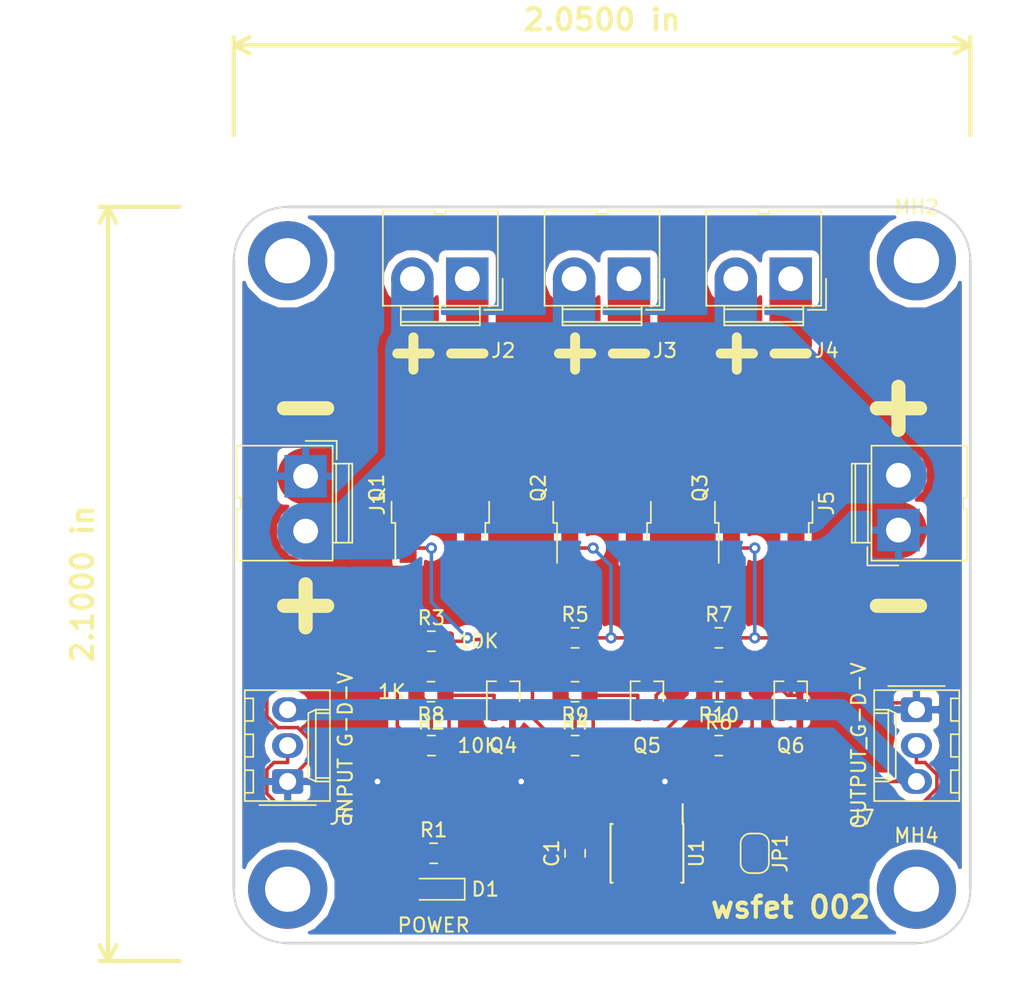
<source format=kicad_pcb>
(kicad_pcb (version 20171130) (host pcbnew 5.0.0-fee4fd1~66~ubuntu16.04.1)

  (general
    (thickness 1.6)
    (drawings 26)
    (tracks 215)
    (zones 0)
    (modules 31)
    (nets 20)
  )

  (page A4)
  (layers
    (0 F.Cu signal)
    (31 B.Cu signal)
    (32 B.Adhes user)
    (33 F.Adhes user)
    (34 B.Paste user)
    (35 F.Paste user)
    (36 B.SilkS user)
    (37 F.SilkS user)
    (38 B.Mask user)
    (39 F.Mask user)
    (40 Dwgs.User user)
    (41 Cmts.User user)
    (42 Eco1.User user)
    (43 Eco2.User user)
    (44 Edge.Cuts user)
    (45 Margin user)
    (46 B.CrtYd user)
    (47 F.CrtYd user)
    (48 B.Fab user)
    (49 F.Fab user hide)
  )

  (setup
    (last_trace_width 0.25)
    (user_trace_width 0.25)
    (user_trace_width 0.3)
    (user_trace_width 0.5)
    (user_trace_width 0.75)
    (user_trace_width 1)
    (user_trace_width 1.5)
    (user_trace_width 3)
    (user_trace_width 4)
    (trace_clearance 0.2)
    (zone_clearance 0.508)
    (zone_45_only no)
    (trace_min 0.2)
    (segment_width 0.2)
    (edge_width 0.15)
    (via_size 0.8)
    (via_drill 0.4)
    (via_min_size 0.4)
    (via_min_drill 0.3)
    (user_via 0.4 0.3)
    (user_via 1.2 1)
    (uvia_size 0.3)
    (uvia_drill 0.1)
    (uvias_allowed no)
    (uvia_min_size 0.2)
    (uvia_min_drill 0.1)
    (pcb_text_width 0.3)
    (pcb_text_size 1.5 1.5)
    (mod_edge_width 0.15)
    (mod_text_size 1 1)
    (mod_text_width 0.15)
    (pad_size 1.524 1.524)
    (pad_drill 0.762)
    (pad_to_mask_clearance 0.2)
    (aux_axis_origin 0 0)
    (visible_elements FFFFFF7F)
    (pcbplotparams
      (layerselection 0x010fc_ffffffff)
      (usegerberextensions false)
      (usegerberattributes false)
      (usegerberadvancedattributes false)
      (creategerberjobfile false)
      (excludeedgelayer true)
      (linewidth 0.100000)
      (plotframeref false)
      (viasonmask false)
      (mode 1)
      (useauxorigin false)
      (hpglpennumber 1)
      (hpglpenspeed 20)
      (hpglpendiameter 15.000000)
      (psnegative false)
      (psa4output false)
      (plotreference true)
      (plotvalue true)
      (plotinvisibletext false)
      (padsonsilk false)
      (subtractmaskfromsilk false)
      (outputformat 1)
      (mirror false)
      (drillshape 0)
      (scaleselection 1)
      (outputdirectory "output/"))
  )

  (net 0 "")
  (net 1 "Net-(D1-Pad1)")
  (net 2 GND)
  (net 3 /OUT1)
  (net 4 /OUT2)
  (net 5 /OUT3)
  (net 6 /DOUT)
  (net 7 /DIN)
  (net 8 /JUICE)
  (net 9 /DRAIN_1)
  (net 10 /DRAIN_2)
  (net 11 /DRAIN_3)
  (net 12 "Net-(Q4-Pad1)")
  (net 13 "Net-(Q1-Pad1)")
  (net 14 "Net-(Q5-Pad1)")
  (net 15 "Net-(Q2-Pad1)")
  (net 16 "Net-(Q6-Pad1)")
  (net 17 "Net-(Q3-Pad1)")
  (net 18 VCC)
  (net 19 "Net-(JP1-Pad2)")

  (net_class Default "This is the default net class."
    (clearance 0.2)
    (trace_width 0.25)
    (via_dia 0.8)
    (via_drill 0.4)
    (uvia_dia 0.3)
    (uvia_drill 0.1)
    (add_net /DIN)
    (add_net /DOUT)
    (add_net /DRAIN_1)
    (add_net /DRAIN_2)
    (add_net /DRAIN_3)
    (add_net /JUICE)
    (add_net /OUT1)
    (add_net /OUT2)
    (add_net /OUT3)
    (add_net GND)
    (add_net "Net-(D1-Pad1)")
    (add_net "Net-(JP1-Pad2)")
    (add_net "Net-(Q1-Pad1)")
    (add_net "Net-(Q2-Pad1)")
    (add_net "Net-(Q3-Pad1)")
    (add_net "Net-(Q4-Pad1)")
    (add_net "Net-(Q5-Pad1)")
    (add_net "Net-(Q6-Pad1)")
    (add_net VCC)
  )

  (module LEDs:LED_0805_HandSoldering (layer F.Cu) (tedit 5B7C6554) (tstamp 5BDDA368)
    (at 128.43 129.54 180)
    (descr "Resistor SMD 0805, hand soldering")
    (tags "resistor 0805")
    (path /5B76EADA)
    (attr smd)
    (fp_text reference D1 (at -3.65 0 180) (layer F.SilkS)
      (effects (font (size 1 1) (thickness 0.15)))
    )
    (fp_text value POWER (at 0 -2.54 180) (layer F.SilkS)
      (effects (font (size 1 1) (thickness 0.15)))
    )
    (fp_line (start -2.2 -0.75) (end -2.2 0.75) (layer F.SilkS) (width 0.12))
    (fp_line (start 2.35 0.9) (end -2.35 0.9) (layer F.CrtYd) (width 0.05))
    (fp_line (start 2.35 0.9) (end 2.35 -0.9) (layer F.CrtYd) (width 0.05))
    (fp_line (start -2.35 -0.9) (end -2.35 0.9) (layer F.CrtYd) (width 0.05))
    (fp_line (start -2.35 -0.9) (end 2.35 -0.9) (layer F.CrtYd) (width 0.05))
    (fp_line (start -2.2 -0.75) (end 1 -0.75) (layer F.SilkS) (width 0.12))
    (fp_line (start 1 0.75) (end -2.2 0.75) (layer F.SilkS) (width 0.12))
    (fp_line (start -1 -0.62) (end 1 -0.62) (layer F.Fab) (width 0.1))
    (fp_line (start 1 -0.62) (end 1 0.62) (layer F.Fab) (width 0.1))
    (fp_line (start 1 0.62) (end -1 0.62) (layer F.Fab) (width 0.1))
    (fp_line (start -1 0.62) (end -1 -0.62) (layer F.Fab) (width 0.1))
    (fp_line (start 0.2 -0.4) (end 0.2 0.4) (layer F.Fab) (width 0.1))
    (fp_line (start 0.2 0.4) (end -0.4 0) (layer F.Fab) (width 0.1))
    (fp_line (start -0.4 0) (end 0.2 -0.4) (layer F.Fab) (width 0.1))
    (fp_line (start -0.4 -0.4) (end -0.4 0.4) (layer F.Fab) (width 0.1))
    (pad 2 smd rect (at 1.35 0 180) (size 1.5 1.3) (layers F.Cu F.Paste F.Mask)
      (net 18 VCC))
    (pad 1 smd rect (at -1.35 0 180) (size 1.5 1.3) (layers F.Cu F.Paste F.Mask)
      (net 1 "Net-(D1-Pad1)"))
    (model ${KISYS3DMOD}/LEDs.3dshapes/LED_0805.wrl
      (at (xyz 0 0 0))
      (scale (xyz 1 1 1))
      (rotate (xyz 0 0 0))
    )
  )

  (module Mounting_Holes:MountingHole_3.2mm_M3_DIN965_Pad (layer F.Cu) (tedit 5B76F1CC) (tstamp 5B7721FE)
    (at 118.11 85.09)
    (descr "Mounting Hole 3.2mm, M3, DIN965")
    (tags "mounting hole 3.2mm m3 din965")
    (path /5B76F23F)
    (attr virtual)
    (fp_text reference MH1 (at 0 -3.8) (layer Eco2.User)
      (effects (font (size 1 1) (thickness 0.15)))
    )
    (fp_text value MountingHole_Pad (at 0 3.8) (layer F.Fab)
      (effects (font (size 1 1) (thickness 0.15)))
    )
    (fp_circle (center 0 0) (end 3.05 0) (layer F.CrtYd) (width 0.05))
    (fp_circle (center 0 0) (end 2.8 0) (layer Cmts.User) (width 0.15))
    (fp_text user %R (at 0.3 0) (layer F.Fab)
      (effects (font (size 1 1) (thickness 0.15)))
    )
    (pad 1 thru_hole circle (at 0 0) (size 5.6 5.6) (drill 3.2) (layers *.Cu *.Mask))
  )

  (module Mounting_Holes:MountingHole_3.2mm_M3_DIN965_Pad (layer F.Cu) (tedit 5B76F1CF) (tstamp 5B772206)
    (at 162.56 85.09)
    (descr "Mounting Hole 3.2mm, M3, DIN965")
    (tags "mounting hole 3.2mm m3 din965")
    (path /5B76F275)
    (attr virtual)
    (fp_text reference MH2 (at 0 -3.8) (layer F.SilkS)
      (effects (font (size 1 1) (thickness 0.15)))
    )
    (fp_text value MountingHole_Pad (at 0 3.8) (layer F.Fab)
      (effects (font (size 1 1) (thickness 0.15)))
    )
    (fp_text user %R (at 0.3 0) (layer F.Fab)
      (effects (font (size 1 1) (thickness 0.15)))
    )
    (fp_circle (center 0 0) (end 2.8 0) (layer Cmts.User) (width 0.15))
    (fp_circle (center 0 0) (end 3.05 0) (layer F.CrtYd) (width 0.05))
    (pad 1 thru_hole circle (at 0 0) (size 5.6 5.6) (drill 3.2) (layers *.Cu *.Mask))
  )

  (module Mounting_Holes:MountingHole_3.2mm_M3_DIN965_Pad (layer F.Cu) (tedit 5B76F1D5) (tstamp 5B77220E)
    (at 118.11 129.54)
    (descr "Mounting Hole 3.2mm, M3, DIN965")
    (tags "mounting hole 3.2mm m3 din965")
    (path /5B76F2A1)
    (attr virtual)
    (fp_text reference MH3 (at 0 -3.8) (layer Eco2.User)
      (effects (font (size 1 1) (thickness 0.15)))
    )
    (fp_text value MountingHole_Pad (at 0 3.8) (layer F.Fab)
      (effects (font (size 1 1) (thickness 0.15)))
    )
    (fp_circle (center 0 0) (end 3.05 0) (layer F.CrtYd) (width 0.05))
    (fp_circle (center 0 0) (end 2.8 0) (layer Cmts.User) (width 0.15))
    (fp_text user %R (at 0.3 0) (layer F.Fab)
      (effects (font (size 1 1) (thickness 0.15)))
    )
    (pad 1 thru_hole circle (at 0 0) (size 5.6 5.6) (drill 3.2) (layers *.Cu *.Mask))
  )

  (module Mounting_Holes:MountingHole_3.2mm_M3_DIN965_Pad (layer F.Cu) (tedit 5B76F1D2) (tstamp 5B772216)
    (at 162.56 129.54)
    (descr "Mounting Hole 3.2mm, M3, DIN965")
    (tags "mounting hole 3.2mm m3 din965")
    (path /5B76F2CF)
    (attr virtual)
    (fp_text reference MH4 (at 0 -3.8) (layer F.SilkS)
      (effects (font (size 1 1) (thickness 0.15)))
    )
    (fp_text value MountingHole_Pad (at 0 3.8) (layer F.Fab)
      (effects (font (size 1 1) (thickness 0.15)))
    )
    (fp_text user %R (at 0.3 0) (layer F.Fab)
      (effects (font (size 1 1) (thickness 0.15)))
    )
    (fp_circle (center 0 0) (end 2.8 0) (layer Cmts.User) (width 0.15))
    (fp_circle (center 0 0) (end 3.05 0) (layer F.CrtYd) (width 0.05))
    (pad 1 thru_hole circle (at 0 0) (size 5.6 5.6) (drill 3.2) (layers *.Cu *.Mask))
  )

  (module Capacitor_SMD:C_0805_2012Metric_Pad1.15x1.40mm_HandSolder (layer F.Cu) (tedit 5B36C52B) (tstamp 5BDDA5FB)
    (at 138.43 127 90)
    (descr "Capacitor SMD 0805 (2012 Metric), square (rectangular) end terminal, IPC_7351 nominal with elongated pad for handsoldering. (Body size source: https://docs.google.com/spreadsheets/d/1BsfQQcO9C6DZCsRaXUlFlo91Tg2WpOkGARC1WS5S8t0/edit?usp=sharing), generated with kicad-footprint-generator")
    (tags "capacitor handsolder")
    (path /5B87C5AC)
    (attr smd)
    (fp_text reference C1 (at 0 -1.65 90) (layer F.SilkS)
      (effects (font (size 1 1) (thickness 0.15)))
    )
    (fp_text value C (at 0 1.65 90) (layer F.Fab)
      (effects (font (size 1 1) (thickness 0.15)))
    )
    (fp_line (start -1 0.6) (end -1 -0.6) (layer F.Fab) (width 0.1))
    (fp_line (start -1 -0.6) (end 1 -0.6) (layer F.Fab) (width 0.1))
    (fp_line (start 1 -0.6) (end 1 0.6) (layer F.Fab) (width 0.1))
    (fp_line (start 1 0.6) (end -1 0.6) (layer F.Fab) (width 0.1))
    (fp_line (start -0.261252 -0.71) (end 0.261252 -0.71) (layer F.SilkS) (width 0.12))
    (fp_line (start -0.261252 0.71) (end 0.261252 0.71) (layer F.SilkS) (width 0.12))
    (fp_line (start -1.85 0.95) (end -1.85 -0.95) (layer F.CrtYd) (width 0.05))
    (fp_line (start -1.85 -0.95) (end 1.85 -0.95) (layer F.CrtYd) (width 0.05))
    (fp_line (start 1.85 -0.95) (end 1.85 0.95) (layer F.CrtYd) (width 0.05))
    (fp_line (start 1.85 0.95) (end -1.85 0.95) (layer F.CrtYd) (width 0.05))
    (fp_text user %R (at 0 0 90) (layer F.Fab)
      (effects (font (size 0.5 0.5) (thickness 0.08)))
    )
    (pad 1 smd roundrect (at -1.025 0 90) (size 1.15 1.4) (layers F.Cu F.Paste F.Mask) (roundrect_rratio 0.217391)
      (net 18 VCC))
    (pad 2 smd roundrect (at 1.025 0 90) (size 1.15 1.4) (layers F.Cu F.Paste F.Mask) (roundrect_rratio 0.217391)
      (net 2 GND))
    (model ${KISYS3DMOD}/Capacitor_SMD.3dshapes/C_0805_2012Metric.wrl
      (at (xyz 0 0 0))
      (scale (xyz 1 1 1))
      (rotate (xyz 0 0 0))
    )
  )

  (module Connector:JWT_A3963_1x02_P3.96mm_Vertical (layer F.Cu) (tedit 5A2A57CE) (tstamp 5BAD3CB3)
    (at 119.38 100.33 270)
    (descr "JWT A3963, 3.96mm pitch Pin head connector (http://www.jwt.com.tw/pro_pdf/A3963.pdf)")
    (tags "connector JWT A3963 pinhead")
    (path /5B7F8B96)
    (fp_text reference J1 (at 1.91 -5.08 270) (layer F.SilkS)
      (effects (font (size 1 1) (thickness 0.15)))
    )
    (fp_text value JUICE_INPUT (at 1.91 6.35 270) (layer F.Fab)
      (effects (font (size 1 1) (thickness 0.15)))
    )
    (fp_text user %R (at 2.2 3.7 270) (layer F.Fab)
      (effects (font (size 1 1) (thickness 0.15)))
    )
    (fp_line (start 4.6 -3.2) (end 4.6 -1.8) (layer F.Fab) (width 0.1))
    (fp_line (start -0.8 -3.2) (end 4.6 -3.2) (layer F.Fab) (width 0.1))
    (fp_line (start -0.8 -1.8) (end -0.8 -3.2) (layer F.Fab) (width 0.1))
    (fp_line (start 0 -0.3) (end 1.25 -1.8) (layer F.Fab) (width 0.1))
    (fp_line (start -1.25 -1.8) (end 0 -0.3) (layer F.Fab) (width 0.1))
    (fp_line (start -2.5 -2.2) (end -2.5 0) (layer F.SilkS) (width 0.12))
    (fp_line (start -1.2 -2.2) (end -2.5 -2.2) (layer F.SilkS) (width 0.12))
    (fp_line (start -2.05 4.7) (end -2.05 -1.8) (layer F.Fab) (width 0.1))
    (fp_line (start 5.85 4.7) (end -2.05 4.7) (layer F.Fab) (width 0.1))
    (fp_line (start 5.85 -1.8) (end 5.85 4.7) (layer F.Fab) (width 0.1))
    (fp_line (start -2.05 -1.8) (end 5.85 -1.8) (layer F.Fab) (width 0.1))
    (fp_line (start -2.5 -3.55) (end 6.35 -3.55) (layer F.CrtYd) (width 0.05))
    (fp_line (start 6.35 -3.55) (end 6.35 5.05) (layer F.CrtYd) (width 0.05))
    (fp_line (start 6.35 5.05) (end -2.5 5.05) (layer F.CrtYd) (width 0.05))
    (fp_line (start -2.5 5.05) (end -2.5 -3.55) (layer F.CrtYd) (width 0.05))
    (fp_line (start 2.29 4.83) (end 5.97 4.83) (layer F.SilkS) (width 0.12))
    (fp_line (start 1.52 4.83) (end -2.16 4.83) (layer F.SilkS) (width 0.12))
    (fp_line (start 1.52 4.83) (end 1.52 4.57) (layer F.SilkS) (width 0.12))
    (fp_line (start 1.52 4.57) (end 2.29 4.57) (layer F.SilkS) (width 0.12))
    (fp_line (start 2.29 4.57) (end 2.29 4.83) (layer F.SilkS) (width 0.12))
    (fp_line (start -0.89 -2.16) (end 4.7 -2.16) (layer F.SilkS) (width 0.12))
    (fp_line (start -0.89 -3.05) (end 4.7 -3.05) (layer F.SilkS) (width 0.12))
    (fp_line (start 5.97 -1.91) (end 5.97 0) (layer F.SilkS) (width 0.12))
    (fp_line (start -2.16 -1.91) (end -2.16 0) (layer F.SilkS) (width 0.12))
    (fp_line (start -0.89 -3.3) (end 4.7 -3.3) (layer F.SilkS) (width 0.12))
    (fp_line (start 4.7 -1.91) (end 4.7 -3.3) (layer F.SilkS) (width 0.12))
    (fp_line (start -0.89 -1.91) (end -0.89 -3.3) (layer F.SilkS) (width 0.12))
    (fp_line (start -2.16 -1.91) (end 5.97 -1.91) (layer F.SilkS) (width 0.12))
    (fp_line (start -2.16 0) (end -2.16 4.83) (layer F.SilkS) (width 0.12))
    (fp_line (start 5.97 4.83) (end 5.97 0) (layer F.SilkS) (width 0.12))
    (pad 1 thru_hole rect (at 0 0 270) (size 3 3) (drill 1.75) (layers *.Cu *.Mask)
      (net 2 GND))
    (pad 2 thru_hole circle (at 3.88 0 270) (size 3 3) (drill 1.75) (layers *.Cu *.Mask)
      (net 8 /JUICE))
    (model ${KISYS3DMOD}/Connector.3dshapes/JWT_A3963_1x02_P3.96mm_Vertical.wrl
      (at (xyz 0 0 0))
      (scale (xyz 1 1 1))
      (rotate (xyz 0 0 0))
    )
  )

  (module Connector:JWT_A3963_1x02_P3.96mm_Vertical (layer F.Cu) (tedit 5A2A57CE) (tstamp 5BAD3CD8)
    (at 130.81 86.36 180)
    (descr "JWT A3963, 3.96mm pitch Pin head connector (http://www.jwt.com.tw/pro_pdf/A3963.pdf)")
    (tags "connector JWT A3963 pinhead")
    (path /5B854CC1)
    (fp_text reference J2 (at -2.54 -5.08 180) (layer F.SilkS)
      (effects (font (size 1 1) (thickness 0.15)))
    )
    (fp_text value OUT1 (at -1.27 -5.08 180) (layer F.Fab)
      (effects (font (size 1 1) (thickness 0.15)))
    )
    (fp_line (start 5.97 4.83) (end 5.97 0) (layer F.SilkS) (width 0.12))
    (fp_line (start -2.16 0) (end -2.16 4.83) (layer F.SilkS) (width 0.12))
    (fp_line (start -2.16 -1.91) (end 5.97 -1.91) (layer F.SilkS) (width 0.12))
    (fp_line (start -0.89 -1.91) (end -0.89 -3.3) (layer F.SilkS) (width 0.12))
    (fp_line (start 4.7 -1.91) (end 4.7 -3.3) (layer F.SilkS) (width 0.12))
    (fp_line (start -0.89 -3.3) (end 4.7 -3.3) (layer F.SilkS) (width 0.12))
    (fp_line (start -2.16 -1.91) (end -2.16 0) (layer F.SilkS) (width 0.12))
    (fp_line (start 5.97 -1.91) (end 5.97 0) (layer F.SilkS) (width 0.12))
    (fp_line (start -0.89 -3.05) (end 4.7 -3.05) (layer F.SilkS) (width 0.12))
    (fp_line (start -0.89 -2.16) (end 4.7 -2.16) (layer F.SilkS) (width 0.12))
    (fp_line (start 2.29 4.57) (end 2.29 4.83) (layer F.SilkS) (width 0.12))
    (fp_line (start 1.52 4.57) (end 2.29 4.57) (layer F.SilkS) (width 0.12))
    (fp_line (start 1.52 4.83) (end 1.52 4.57) (layer F.SilkS) (width 0.12))
    (fp_line (start 1.52 4.83) (end -2.16 4.83) (layer F.SilkS) (width 0.12))
    (fp_line (start 2.29 4.83) (end 5.97 4.83) (layer F.SilkS) (width 0.12))
    (fp_line (start -2.5 5.05) (end -2.5 -3.55) (layer F.CrtYd) (width 0.05))
    (fp_line (start 6.35 5.05) (end -2.5 5.05) (layer F.CrtYd) (width 0.05))
    (fp_line (start 6.35 -3.55) (end 6.35 5.05) (layer F.CrtYd) (width 0.05))
    (fp_line (start -2.5 -3.55) (end 6.35 -3.55) (layer F.CrtYd) (width 0.05))
    (fp_line (start -2.05 -1.8) (end 5.85 -1.8) (layer F.Fab) (width 0.1))
    (fp_line (start 5.85 -1.8) (end 5.85 4.7) (layer F.Fab) (width 0.1))
    (fp_line (start 5.85 4.7) (end -2.05 4.7) (layer F.Fab) (width 0.1))
    (fp_line (start -2.05 4.7) (end -2.05 -1.8) (layer F.Fab) (width 0.1))
    (fp_line (start -1.2 -2.2) (end -2.5 -2.2) (layer F.SilkS) (width 0.12))
    (fp_line (start -2.5 -2.2) (end -2.5 0) (layer F.SilkS) (width 0.12))
    (fp_line (start -1.25 -1.8) (end 0 -0.3) (layer F.Fab) (width 0.1))
    (fp_line (start 0 -0.3) (end 1.25 -1.8) (layer F.Fab) (width 0.1))
    (fp_line (start -0.8 -1.8) (end -0.8 -3.2) (layer F.Fab) (width 0.1))
    (fp_line (start -0.8 -3.2) (end 4.6 -3.2) (layer F.Fab) (width 0.1))
    (fp_line (start 4.6 -3.2) (end 4.6 -1.8) (layer F.Fab) (width 0.1))
    (fp_text user %R (at 2.2 3.7 180) (layer F.Fab)
      (effects (font (size 1 1) (thickness 0.15)))
    )
    (pad 2 thru_hole circle (at 3.88 0 180) (size 3 3) (drill 1.75) (layers *.Cu *.Mask)
      (net 8 /JUICE))
    (pad 1 thru_hole rect (at 0 0 180) (size 3 3) (drill 1.75) (layers *.Cu *.Mask)
      (net 9 /DRAIN_1))
    (model ${KISYS3DMOD}/Connector.3dshapes/JWT_A3963_1x02_P3.96mm_Vertical.wrl
      (at (xyz 0 0 0))
      (scale (xyz 1 1 1))
      (rotate (xyz 0 0 0))
    )
  )

  (module Connector:JWT_A3963_1x02_P3.96mm_Vertical (layer F.Cu) (tedit 5A2A57CE) (tstamp 5BAD3CFD)
    (at 142.24 86.36 180)
    (descr "JWT A3963, 3.96mm pitch Pin head connector (http://www.jwt.com.tw/pro_pdf/A3963.pdf)")
    (tags "connector JWT A3963 pinhead")
    (path /5B854D7D)
    (fp_text reference J3 (at -2.54 -5.08 180) (layer F.SilkS)
      (effects (font (size 1 1) (thickness 0.15)))
    )
    (fp_text value OUT2 (at 1.91 6.35 180) (layer F.Fab)
      (effects (font (size 1 1) (thickness 0.15)))
    )
    (fp_text user %R (at 2.2 3.7 180) (layer F.Fab)
      (effects (font (size 1 1) (thickness 0.15)))
    )
    (fp_line (start 4.6 -3.2) (end 4.6 -1.8) (layer F.Fab) (width 0.1))
    (fp_line (start -0.8 -3.2) (end 4.6 -3.2) (layer F.Fab) (width 0.1))
    (fp_line (start -0.8 -1.8) (end -0.8 -3.2) (layer F.Fab) (width 0.1))
    (fp_line (start 0 -0.3) (end 1.25 -1.8) (layer F.Fab) (width 0.1))
    (fp_line (start -1.25 -1.8) (end 0 -0.3) (layer F.Fab) (width 0.1))
    (fp_line (start -2.5 -2.2) (end -2.5 0) (layer F.SilkS) (width 0.12))
    (fp_line (start -1.2 -2.2) (end -2.5 -2.2) (layer F.SilkS) (width 0.12))
    (fp_line (start -2.05 4.7) (end -2.05 -1.8) (layer F.Fab) (width 0.1))
    (fp_line (start 5.85 4.7) (end -2.05 4.7) (layer F.Fab) (width 0.1))
    (fp_line (start 5.85 -1.8) (end 5.85 4.7) (layer F.Fab) (width 0.1))
    (fp_line (start -2.05 -1.8) (end 5.85 -1.8) (layer F.Fab) (width 0.1))
    (fp_line (start -2.5 -3.55) (end 6.35 -3.55) (layer F.CrtYd) (width 0.05))
    (fp_line (start 6.35 -3.55) (end 6.35 5.05) (layer F.CrtYd) (width 0.05))
    (fp_line (start 6.35 5.05) (end -2.5 5.05) (layer F.CrtYd) (width 0.05))
    (fp_line (start -2.5 5.05) (end -2.5 -3.55) (layer F.CrtYd) (width 0.05))
    (fp_line (start 2.29 4.83) (end 5.97 4.83) (layer F.SilkS) (width 0.12))
    (fp_line (start 1.52 4.83) (end -2.16 4.83) (layer F.SilkS) (width 0.12))
    (fp_line (start 1.52 4.83) (end 1.52 4.57) (layer F.SilkS) (width 0.12))
    (fp_line (start 1.52 4.57) (end 2.29 4.57) (layer F.SilkS) (width 0.12))
    (fp_line (start 2.29 4.57) (end 2.29 4.83) (layer F.SilkS) (width 0.12))
    (fp_line (start -0.89 -2.16) (end 4.7 -2.16) (layer F.SilkS) (width 0.12))
    (fp_line (start -0.89 -3.05) (end 4.7 -3.05) (layer F.SilkS) (width 0.12))
    (fp_line (start 5.97 -1.91) (end 5.97 0) (layer F.SilkS) (width 0.12))
    (fp_line (start -2.16 -1.91) (end -2.16 0) (layer F.SilkS) (width 0.12))
    (fp_line (start -0.89 -3.3) (end 4.7 -3.3) (layer F.SilkS) (width 0.12))
    (fp_line (start 4.7 -1.91) (end 4.7 -3.3) (layer F.SilkS) (width 0.12))
    (fp_line (start -0.89 -1.91) (end -0.89 -3.3) (layer F.SilkS) (width 0.12))
    (fp_line (start -2.16 -1.91) (end 5.97 -1.91) (layer F.SilkS) (width 0.12))
    (fp_line (start -2.16 0) (end -2.16 4.83) (layer F.SilkS) (width 0.12))
    (fp_line (start 5.97 4.83) (end 5.97 0) (layer F.SilkS) (width 0.12))
    (pad 1 thru_hole rect (at 0 0 180) (size 3 3) (drill 1.75) (layers *.Cu *.Mask)
      (net 10 /DRAIN_2))
    (pad 2 thru_hole circle (at 3.88 0 180) (size 3 3) (drill 1.75) (layers *.Cu *.Mask)
      (net 8 /JUICE))
    (model ${KISYS3DMOD}/Connector.3dshapes/JWT_A3963_1x02_P3.96mm_Vertical.wrl
      (at (xyz 0 0 0))
      (scale (xyz 1 1 1))
      (rotate (xyz 0 0 0))
    )
  )

  (module Connector:JWT_A3963_1x02_P3.96mm_Vertical (layer F.Cu) (tedit 5A2A57CE) (tstamp 5BAD3D22)
    (at 153.67 86.36 180)
    (descr "JWT A3963, 3.96mm pitch Pin head connector (http://www.jwt.com.tw/pro_pdf/A3963.pdf)")
    (tags "connector JWT A3963 pinhead")
    (path /5B854E4E)
    (fp_text reference J4 (at -2.54 -5.08 180) (layer F.SilkS)
      (effects (font (size 1 1) (thickness 0.15)))
    )
    (fp_text value OUT3 (at 1.91 6.35 180) (layer F.Fab)
      (effects (font (size 1 1) (thickness 0.15)))
    )
    (fp_line (start 5.97 4.83) (end 5.97 0) (layer F.SilkS) (width 0.12))
    (fp_line (start -2.16 0) (end -2.16 4.83) (layer F.SilkS) (width 0.12))
    (fp_line (start -2.16 -1.91) (end 5.97 -1.91) (layer F.SilkS) (width 0.12))
    (fp_line (start -0.89 -1.91) (end -0.89 -3.3) (layer F.SilkS) (width 0.12))
    (fp_line (start 4.7 -1.91) (end 4.7 -3.3) (layer F.SilkS) (width 0.12))
    (fp_line (start -0.89 -3.3) (end 4.7 -3.3) (layer F.SilkS) (width 0.12))
    (fp_line (start -2.16 -1.91) (end -2.16 0) (layer F.SilkS) (width 0.12))
    (fp_line (start 5.97 -1.91) (end 5.97 0) (layer F.SilkS) (width 0.12))
    (fp_line (start -0.89 -3.05) (end 4.7 -3.05) (layer F.SilkS) (width 0.12))
    (fp_line (start -0.89 -2.16) (end 4.7 -2.16) (layer F.SilkS) (width 0.12))
    (fp_line (start 2.29 4.57) (end 2.29 4.83) (layer F.SilkS) (width 0.12))
    (fp_line (start 1.52 4.57) (end 2.29 4.57) (layer F.SilkS) (width 0.12))
    (fp_line (start 1.52 4.83) (end 1.52 4.57) (layer F.SilkS) (width 0.12))
    (fp_line (start 1.52 4.83) (end -2.16 4.83) (layer F.SilkS) (width 0.12))
    (fp_line (start 2.29 4.83) (end 5.97 4.83) (layer F.SilkS) (width 0.12))
    (fp_line (start -2.5 5.05) (end -2.5 -3.55) (layer F.CrtYd) (width 0.05))
    (fp_line (start 6.35 5.05) (end -2.5 5.05) (layer F.CrtYd) (width 0.05))
    (fp_line (start 6.35 -3.55) (end 6.35 5.05) (layer F.CrtYd) (width 0.05))
    (fp_line (start -2.5 -3.55) (end 6.35 -3.55) (layer F.CrtYd) (width 0.05))
    (fp_line (start -2.05 -1.8) (end 5.85 -1.8) (layer F.Fab) (width 0.1))
    (fp_line (start 5.85 -1.8) (end 5.85 4.7) (layer F.Fab) (width 0.1))
    (fp_line (start 5.85 4.7) (end -2.05 4.7) (layer F.Fab) (width 0.1))
    (fp_line (start -2.05 4.7) (end -2.05 -1.8) (layer F.Fab) (width 0.1))
    (fp_line (start -1.2 -2.2) (end -2.5 -2.2) (layer F.SilkS) (width 0.12))
    (fp_line (start -2.5 -2.2) (end -2.5 0) (layer F.SilkS) (width 0.12))
    (fp_line (start -1.25 -1.8) (end 0 -0.3) (layer F.Fab) (width 0.1))
    (fp_line (start 0 -0.3) (end 1.25 -1.8) (layer F.Fab) (width 0.1))
    (fp_line (start -0.8 -1.8) (end -0.8 -3.2) (layer F.Fab) (width 0.1))
    (fp_line (start -0.8 -3.2) (end 4.6 -3.2) (layer F.Fab) (width 0.1))
    (fp_line (start 4.6 -3.2) (end 4.6 -1.8) (layer F.Fab) (width 0.1))
    (fp_text user %R (at 2.2 3.7 180) (layer F.Fab)
      (effects (font (size 1 1) (thickness 0.15)))
    )
    (pad 2 thru_hole circle (at 3.88 0 180) (size 3 3) (drill 1.75) (layers *.Cu *.Mask)
      (net 8 /JUICE))
    (pad 1 thru_hole rect (at 0 0 180) (size 3 3) (drill 1.75) (layers *.Cu *.Mask)
      (net 11 /DRAIN_3))
    (model ${KISYS3DMOD}/Connector.3dshapes/JWT_A3963_1x02_P3.96mm_Vertical.wrl
      (at (xyz 0 0 0))
      (scale (xyz 1 1 1))
      (rotate (xyz 0 0 0))
    )
  )

  (module Connector_Molex:Molex_KK-254_AE-6410-03A_1x03_P2.54mm_Vertical (layer F.Cu) (tedit 5B7C6623) (tstamp 5BAD3D72)
    (at 118.11 121.92 90)
    (descr "Molex KK-254 Interconnect System, old/engineering part number: AE-6410-03A example for new part number: 22-27-2031, 3 Pins (http://www.molex.com/pdm_docs/sd/022272021_sd.pdf), generated with kicad-footprint-generator")
    (tags "connector Molex KK-254 side entry")
    (path /5B86E59C)
    (fp_text reference J6 (at -2.54 3.81 180) (layer F.SilkS)
      (effects (font (size 1 1) (thickness 0.15)))
    )
    (fp_text value "INPUT G-D-V" (at 2.54 4.08 90) (layer F.SilkS)
      (effects (font (size 1 1) (thickness 0.15)))
    )
    (fp_text user %R (at 2.54 -2.22 90) (layer F.Fab)
      (effects (font (size 1 1) (thickness 0.15)))
    )
    (fp_line (start 6.85 -3.42) (end -1.77 -3.42) (layer F.CrtYd) (width 0.05))
    (fp_line (start 6.85 3.38) (end 6.85 -3.42) (layer F.CrtYd) (width 0.05))
    (fp_line (start -1.77 3.38) (end 6.85 3.38) (layer F.CrtYd) (width 0.05))
    (fp_line (start -1.77 -3.42) (end -1.77 3.38) (layer F.CrtYd) (width 0.05))
    (fp_line (start 5.88 -2.43) (end 5.88 -3.03) (layer F.SilkS) (width 0.12))
    (fp_line (start 4.28 -2.43) (end 5.88 -2.43) (layer F.SilkS) (width 0.12))
    (fp_line (start 4.28 -3.03) (end 4.28 -2.43) (layer F.SilkS) (width 0.12))
    (fp_line (start 3.34 -2.43) (end 3.34 -3.03) (layer F.SilkS) (width 0.12))
    (fp_line (start 1.74 -2.43) (end 3.34 -2.43) (layer F.SilkS) (width 0.12))
    (fp_line (start 1.74 -3.03) (end 1.74 -2.43) (layer F.SilkS) (width 0.12))
    (fp_line (start 0.8 -2.43) (end 0.8 -3.03) (layer F.SilkS) (width 0.12))
    (fp_line (start -0.8 -2.43) (end 0.8 -2.43) (layer F.SilkS) (width 0.12))
    (fp_line (start -0.8 -3.03) (end -0.8 -2.43) (layer F.SilkS) (width 0.12))
    (fp_line (start 4.83 2.99) (end 4.83 1.99) (layer F.SilkS) (width 0.12))
    (fp_line (start 0.25 2.99) (end 0.25 1.99) (layer F.SilkS) (width 0.12))
    (fp_line (start 4.83 1.46) (end 5.08 1.99) (layer F.SilkS) (width 0.12))
    (fp_line (start 0.25 1.46) (end 4.83 1.46) (layer F.SilkS) (width 0.12))
    (fp_line (start 0 1.99) (end 0.25 1.46) (layer F.SilkS) (width 0.12))
    (fp_line (start 5.08 1.99) (end 5.08 2.99) (layer F.SilkS) (width 0.12))
    (fp_line (start 0 1.99) (end 5.08 1.99) (layer F.SilkS) (width 0.12))
    (fp_line (start 0 2.99) (end 0 1.99) (layer F.SilkS) (width 0.12))
    (fp_line (start -0.562893 0) (end -1.27 0.5) (layer F.Fab) (width 0.1))
    (fp_line (start -1.27 -0.5) (end -0.562893 0) (layer F.Fab) (width 0.1))
    (fp_line (start -1.67 -2) (end -1.67 2) (layer F.SilkS) (width 0.12))
    (fp_line (start 6.46 -3.03) (end -1.38 -3.03) (layer F.SilkS) (width 0.12))
    (fp_line (start 6.46 2.99) (end 6.46 -3.03) (layer F.SilkS) (width 0.12))
    (fp_line (start -1.38 2.99) (end 6.46 2.99) (layer F.SilkS) (width 0.12))
    (fp_line (start -1.38 -3.03) (end -1.38 2.99) (layer F.SilkS) (width 0.12))
    (fp_line (start 6.35 -2.92) (end -1.27 -2.92) (layer F.Fab) (width 0.1))
    (fp_line (start 6.35 2.88) (end 6.35 -2.92) (layer F.Fab) (width 0.1))
    (fp_line (start -1.27 2.88) (end 6.35 2.88) (layer F.Fab) (width 0.1))
    (fp_line (start -1.27 -2.92) (end -1.27 2.88) (layer F.Fab) (width 0.1))
    (pad 3 thru_hole oval (at 5.08 0 90) (size 1.74 2.2) (drill 1.2) (layers *.Cu *.Mask)
      (net 18 VCC))
    (pad 2 thru_hole oval (at 2.54 0 90) (size 1.74 2.2) (drill 1.2) (layers *.Cu *.Mask)
      (net 7 /DIN))
    (pad 1 thru_hole roundrect (at 0 0 90) (size 1.74 2.2) (drill 1.2) (layers *.Cu *.Mask) (roundrect_rratio 0.143678)
      (net 2 GND))
    (model ${KISYS3DMOD}/Connector_Molex.3dshapes/Molex_KK-254_AE-6410-03A_1x03_P2.54mm_Vertical.wrl
      (at (xyz 0 0 0))
      (scale (xyz 1 1 1))
      (rotate (xyz 0 0 0))
    )
  )

  (module Connector_Molex:Molex_KK-254_AE-6410-03A_1x03_P2.54mm_Vertical (layer F.Cu) (tedit 5B7C661C) (tstamp 5BAD3D9A)
    (at 162.56 116.84 270)
    (descr "Molex KK-254 Interconnect System, old/engineering part number: AE-6410-03A example for new part number: 22-27-2031, 3 Pins (http://www.molex.com/pdm_docs/sd/022272021_sd.pdf), generated with kicad-footprint-generator")
    (tags "connector Molex KK-254 side entry")
    (path /5B86B0CA)
    (fp_text reference J7 (at 7.62 3.81) (layer F.SilkS)
      (effects (font (size 1 1) (thickness 0.15)))
    )
    (fp_text value OUTPUT_G-D-V (at 2.54 4.08 90) (layer F.SilkS)
      (effects (font (size 1 1) (thickness 0.15)))
    )
    (fp_line (start -1.27 -2.92) (end -1.27 2.88) (layer F.Fab) (width 0.1))
    (fp_line (start -1.27 2.88) (end 6.35 2.88) (layer F.Fab) (width 0.1))
    (fp_line (start 6.35 2.88) (end 6.35 -2.92) (layer F.Fab) (width 0.1))
    (fp_line (start 6.35 -2.92) (end -1.27 -2.92) (layer F.Fab) (width 0.1))
    (fp_line (start -1.38 -3.03) (end -1.38 2.99) (layer F.SilkS) (width 0.12))
    (fp_line (start -1.38 2.99) (end 6.46 2.99) (layer F.SilkS) (width 0.12))
    (fp_line (start 6.46 2.99) (end 6.46 -3.03) (layer F.SilkS) (width 0.12))
    (fp_line (start 6.46 -3.03) (end -1.38 -3.03) (layer F.SilkS) (width 0.12))
    (fp_line (start -1.67 -2) (end -1.67 2) (layer F.SilkS) (width 0.12))
    (fp_line (start -1.27 -0.5) (end -0.562893 0) (layer F.Fab) (width 0.1))
    (fp_line (start -0.562893 0) (end -1.27 0.5) (layer F.Fab) (width 0.1))
    (fp_line (start 0 2.99) (end 0 1.99) (layer F.SilkS) (width 0.12))
    (fp_line (start 0 1.99) (end 5.08 1.99) (layer F.SilkS) (width 0.12))
    (fp_line (start 5.08 1.99) (end 5.08 2.99) (layer F.SilkS) (width 0.12))
    (fp_line (start 0 1.99) (end 0.25 1.46) (layer F.SilkS) (width 0.12))
    (fp_line (start 0.25 1.46) (end 4.83 1.46) (layer F.SilkS) (width 0.12))
    (fp_line (start 4.83 1.46) (end 5.08 1.99) (layer F.SilkS) (width 0.12))
    (fp_line (start 0.25 2.99) (end 0.25 1.99) (layer F.SilkS) (width 0.12))
    (fp_line (start 4.83 2.99) (end 4.83 1.99) (layer F.SilkS) (width 0.12))
    (fp_line (start -0.8 -3.03) (end -0.8 -2.43) (layer F.SilkS) (width 0.12))
    (fp_line (start -0.8 -2.43) (end 0.8 -2.43) (layer F.SilkS) (width 0.12))
    (fp_line (start 0.8 -2.43) (end 0.8 -3.03) (layer F.SilkS) (width 0.12))
    (fp_line (start 1.74 -3.03) (end 1.74 -2.43) (layer F.SilkS) (width 0.12))
    (fp_line (start 1.74 -2.43) (end 3.34 -2.43) (layer F.SilkS) (width 0.12))
    (fp_line (start 3.34 -2.43) (end 3.34 -3.03) (layer F.SilkS) (width 0.12))
    (fp_line (start 4.28 -3.03) (end 4.28 -2.43) (layer F.SilkS) (width 0.12))
    (fp_line (start 4.28 -2.43) (end 5.88 -2.43) (layer F.SilkS) (width 0.12))
    (fp_line (start 5.88 -2.43) (end 5.88 -3.03) (layer F.SilkS) (width 0.12))
    (fp_line (start -1.77 -3.42) (end -1.77 3.38) (layer F.CrtYd) (width 0.05))
    (fp_line (start -1.77 3.38) (end 6.85 3.38) (layer F.CrtYd) (width 0.05))
    (fp_line (start 6.85 3.38) (end 6.85 -3.42) (layer F.CrtYd) (width 0.05))
    (fp_line (start 6.85 -3.42) (end -1.77 -3.42) (layer F.CrtYd) (width 0.05))
    (fp_text user %R (at 2.54 -2.22 270) (layer F.Fab)
      (effects (font (size 1 1) (thickness 0.15)))
    )
    (pad 1 thru_hole roundrect (at 0 0 270) (size 1.74 2.2) (drill 1.2) (layers *.Cu *.Mask) (roundrect_rratio 0.143678)
      (net 2 GND))
    (pad 2 thru_hole oval (at 2.54 0 270) (size 1.74 2.2) (drill 1.2) (layers *.Cu *.Mask)
      (net 6 /DOUT))
    (pad 3 thru_hole oval (at 5.08 0 270) (size 1.74 2.2) (drill 1.2) (layers *.Cu *.Mask)
      (net 18 VCC))
    (model ${KISYS3DMOD}/Connector_Molex.3dshapes/Molex_KK-254_AE-6410-03A_1x03_P2.54mm_Vertical.wrl
      (at (xyz 0 0 0))
      (scale (xyz 1 1 1))
      (rotate (xyz 0 0 0))
    )
  )

  (module Resistor_SMD:R_0805_2012Metric_Pad1.15x1.40mm_HandSolder (layer F.Cu) (tedit 5B7C6567) (tstamp 5BDDA40C)
    (at 128.27 112)
    (descr "Resistor SMD 0805 (2012 Metric), square (rectangular) end terminal, IPC_7351 nominal with elongated pad for handsoldering. (Body size source: https://docs.google.com/spreadsheets/d/1BsfQQcO9C6DZCsRaXUlFlo91Tg2WpOkGARC1WS5S8t0/edit?usp=sharing), generated with kicad-footprint-generator")
    (tags "resistor handsolder")
    (path /5B895A26)
    (attr smd)
    (fp_text reference R3 (at 0 -1.65) (layer F.SilkS)
      (effects (font (size 1 1) (thickness 0.15)))
    )
    (fp_text value 10K (at 3.302 -0.014) (layer F.SilkS)
      (effects (font (size 1 1) (thickness 0.15)))
    )
    (fp_line (start -1 0.6) (end -1 -0.6) (layer F.Fab) (width 0.1))
    (fp_line (start -1 -0.6) (end 1 -0.6) (layer F.Fab) (width 0.1))
    (fp_line (start 1 -0.6) (end 1 0.6) (layer F.Fab) (width 0.1))
    (fp_line (start 1 0.6) (end -1 0.6) (layer F.Fab) (width 0.1))
    (fp_line (start -0.261252 -0.71) (end 0.261252 -0.71) (layer F.SilkS) (width 0.12))
    (fp_line (start -0.261252 0.71) (end 0.261252 0.71) (layer F.SilkS) (width 0.12))
    (fp_line (start -1.85 0.95) (end -1.85 -0.95) (layer F.CrtYd) (width 0.05))
    (fp_line (start -1.85 -0.95) (end 1.85 -0.95) (layer F.CrtYd) (width 0.05))
    (fp_line (start 1.85 -0.95) (end 1.85 0.95) (layer F.CrtYd) (width 0.05))
    (fp_line (start 1.85 0.95) (end -1.85 0.95) (layer F.CrtYd) (width 0.05))
    (fp_text user %R (at 0 0) (layer F.Fab)
      (effects (font (size 0.5 0.5) (thickness 0.08)))
    )
    (pad 1 smd roundrect (at -1.025 0) (size 1.15 1.4) (layers F.Cu F.Paste F.Mask) (roundrect_rratio 0.217391)
      (net 18 VCC))
    (pad 2 smd roundrect (at 1.025 0) (size 1.15 1.4) (layers F.Cu F.Paste F.Mask) (roundrect_rratio 0.217391)
      (net 13 "Net-(Q1-Pad1)"))
    (model ${KISYS3DMOD}/Resistor_SMD.3dshapes/R_0805_2012Metric.wrl
      (at (xyz 0 0 0))
      (scale (xyz 1 1 1))
      (rotate (xyz 0 0 0))
    )
  )

  (module Resistor_SMD:R_0805_2012Metric_Pad1.15x1.40mm_HandSolder (layer F.Cu) (tedit 5B36C52B) (tstamp 5BDDA43C)
    (at 138.43 119.38)
    (descr "Resistor SMD 0805 (2012 Metric), square (rectangular) end terminal, IPC_7351 nominal with elongated pad for handsoldering. (Body size source: https://docs.google.com/spreadsheets/d/1BsfQQcO9C6DZCsRaXUlFlo91Tg2WpOkGARC1WS5S8t0/edit?usp=sharing), generated with kicad-footprint-generator")
    (tags "resistor handsolder")
    (path /5B8A2AD8)
    (attr smd)
    (fp_text reference R4 (at 0 -1.65) (layer F.SilkS)
      (effects (font (size 1 1) (thickness 0.15)))
    )
    (fp_text value 10K (at 0 1.65) (layer F.Fab)
      (effects (font (size 1 1) (thickness 0.15)))
    )
    (fp_text user %R (at 0 0) (layer F.Fab)
      (effects (font (size 0.5 0.5) (thickness 0.08)))
    )
    (fp_line (start 1.85 0.95) (end -1.85 0.95) (layer F.CrtYd) (width 0.05))
    (fp_line (start 1.85 -0.95) (end 1.85 0.95) (layer F.CrtYd) (width 0.05))
    (fp_line (start -1.85 -0.95) (end 1.85 -0.95) (layer F.CrtYd) (width 0.05))
    (fp_line (start -1.85 0.95) (end -1.85 -0.95) (layer F.CrtYd) (width 0.05))
    (fp_line (start -0.261252 0.71) (end 0.261252 0.71) (layer F.SilkS) (width 0.12))
    (fp_line (start -0.261252 -0.71) (end 0.261252 -0.71) (layer F.SilkS) (width 0.12))
    (fp_line (start 1 0.6) (end -1 0.6) (layer F.Fab) (width 0.1))
    (fp_line (start 1 -0.6) (end 1 0.6) (layer F.Fab) (width 0.1))
    (fp_line (start -1 -0.6) (end 1 -0.6) (layer F.Fab) (width 0.1))
    (fp_line (start -1 0.6) (end -1 -0.6) (layer F.Fab) (width 0.1))
    (pad 2 smd roundrect (at 1.025 0) (size 1.15 1.4) (layers F.Cu F.Paste F.Mask) (roundrect_rratio 0.217391)
      (net 14 "Net-(Q5-Pad1)"))
    (pad 1 smd roundrect (at -1.025 0) (size 1.15 1.4) (layers F.Cu F.Paste F.Mask) (roundrect_rratio 0.217391)
      (net 18 VCC))
    (model ${KISYS3DMOD}/Resistor_SMD.3dshapes/R_0805_2012Metric.wrl
      (at (xyz 0 0 0))
      (scale (xyz 1 1 1))
      (rotate (xyz 0 0 0))
    )
  )

  (module Resistor_SMD:R_0805_2012Metric_Pad1.15x1.40mm_HandSolder (layer F.Cu) (tedit 5B36C52B) (tstamp 5BDDA58F)
    (at 138.43 111.76)
    (descr "Resistor SMD 0805 (2012 Metric), square (rectangular) end terminal, IPC_7351 nominal with elongated pad for handsoldering. (Body size source: https://docs.google.com/spreadsheets/d/1BsfQQcO9C6DZCsRaXUlFlo91Tg2WpOkGARC1WS5S8t0/edit?usp=sharing), generated with kicad-footprint-generator")
    (tags "resistor handsolder")
    (path /5B8A30CF)
    (attr smd)
    (fp_text reference R5 (at 0 -1.65) (layer F.SilkS)
      (effects (font (size 1 1) (thickness 0.15)))
    )
    (fp_text value 10K (at 0 1.65) (layer F.Fab)
      (effects (font (size 1 1) (thickness 0.15)))
    )
    (fp_text user %R (at 0 0) (layer F.Fab)
      (effects (font (size 0.5 0.5) (thickness 0.08)))
    )
    (fp_line (start 1.85 0.95) (end -1.85 0.95) (layer F.CrtYd) (width 0.05))
    (fp_line (start 1.85 -0.95) (end 1.85 0.95) (layer F.CrtYd) (width 0.05))
    (fp_line (start -1.85 -0.95) (end 1.85 -0.95) (layer F.CrtYd) (width 0.05))
    (fp_line (start -1.85 0.95) (end -1.85 -0.95) (layer F.CrtYd) (width 0.05))
    (fp_line (start -0.261252 0.71) (end 0.261252 0.71) (layer F.SilkS) (width 0.12))
    (fp_line (start -0.261252 -0.71) (end 0.261252 -0.71) (layer F.SilkS) (width 0.12))
    (fp_line (start 1 0.6) (end -1 0.6) (layer F.Fab) (width 0.1))
    (fp_line (start 1 -0.6) (end 1 0.6) (layer F.Fab) (width 0.1))
    (fp_line (start -1 -0.6) (end 1 -0.6) (layer F.Fab) (width 0.1))
    (fp_line (start -1 0.6) (end -1 -0.6) (layer F.Fab) (width 0.1))
    (pad 2 smd roundrect (at 1.025 0) (size 1.15 1.4) (layers F.Cu F.Paste F.Mask) (roundrect_rratio 0.217391)
      (net 15 "Net-(Q2-Pad1)"))
    (pad 1 smd roundrect (at -1.025 0) (size 1.15 1.4) (layers F.Cu F.Paste F.Mask) (roundrect_rratio 0.217391)
      (net 18 VCC))
    (model ${KISYS3DMOD}/Resistor_SMD.3dshapes/R_0805_2012Metric.wrl
      (at (xyz 0 0 0))
      (scale (xyz 1 1 1))
      (rotate (xyz 0 0 0))
    )
  )

  (module Resistor_SMD:R_0805_2012Metric_Pad1.15x1.40mm_HandSolder (layer F.Cu) (tedit 5B36C52B) (tstamp 5BDDA55F)
    (at 148.59 119.38)
    (descr "Resistor SMD 0805 (2012 Metric), square (rectangular) end terminal, IPC_7351 nominal with elongated pad for handsoldering. (Body size source: https://docs.google.com/spreadsheets/d/1BsfQQcO9C6DZCsRaXUlFlo91Tg2WpOkGARC1WS5S8t0/edit?usp=sharing), generated with kicad-footprint-generator")
    (tags "resistor handsolder")
    (path /5B8A312F)
    (attr smd)
    (fp_text reference R6 (at 0 -1.65) (layer F.SilkS)
      (effects (font (size 1 1) (thickness 0.15)))
    )
    (fp_text value 10K (at 0 1.65) (layer F.Fab)
      (effects (font (size 1 1) (thickness 0.15)))
    )
    (fp_text user %R (at 0 0) (layer F.Fab)
      (effects (font (size 0.5 0.5) (thickness 0.08)))
    )
    (fp_line (start 1.85 0.95) (end -1.85 0.95) (layer F.CrtYd) (width 0.05))
    (fp_line (start 1.85 -0.95) (end 1.85 0.95) (layer F.CrtYd) (width 0.05))
    (fp_line (start -1.85 -0.95) (end 1.85 -0.95) (layer F.CrtYd) (width 0.05))
    (fp_line (start -1.85 0.95) (end -1.85 -0.95) (layer F.CrtYd) (width 0.05))
    (fp_line (start -0.261252 0.71) (end 0.261252 0.71) (layer F.SilkS) (width 0.12))
    (fp_line (start -0.261252 -0.71) (end 0.261252 -0.71) (layer F.SilkS) (width 0.12))
    (fp_line (start 1 0.6) (end -1 0.6) (layer F.Fab) (width 0.1))
    (fp_line (start 1 -0.6) (end 1 0.6) (layer F.Fab) (width 0.1))
    (fp_line (start -1 -0.6) (end 1 -0.6) (layer F.Fab) (width 0.1))
    (fp_line (start -1 0.6) (end -1 -0.6) (layer F.Fab) (width 0.1))
    (pad 2 smd roundrect (at 1.025 0) (size 1.15 1.4) (layers F.Cu F.Paste F.Mask) (roundrect_rratio 0.217391)
      (net 16 "Net-(Q6-Pad1)"))
    (pad 1 smd roundrect (at -1.025 0) (size 1.15 1.4) (layers F.Cu F.Paste F.Mask) (roundrect_rratio 0.217391)
      (net 18 VCC))
    (model ${KISYS3DMOD}/Resistor_SMD.3dshapes/R_0805_2012Metric.wrl
      (at (xyz 0 0 0))
      (scale (xyz 1 1 1))
      (rotate (xyz 0 0 0))
    )
  )

  (module Resistor_SMD:R_0805_2012Metric_Pad1.15x1.40mm_HandSolder (layer F.Cu) (tedit 5B36C52B) (tstamp 5BDDA52F)
    (at 148.59 111.76)
    (descr "Resistor SMD 0805 (2012 Metric), square (rectangular) end terminal, IPC_7351 nominal with elongated pad for handsoldering. (Body size source: https://docs.google.com/spreadsheets/d/1BsfQQcO9C6DZCsRaXUlFlo91Tg2WpOkGARC1WS5S8t0/edit?usp=sharing), generated with kicad-footprint-generator")
    (tags "resistor handsolder")
    (path /5B8A31AB)
    (attr smd)
    (fp_text reference R7 (at 0 -1.65) (layer F.SilkS)
      (effects (font (size 1 1) (thickness 0.15)))
    )
    (fp_text value 10K (at 0 1.65) (layer F.Fab)
      (effects (font (size 1 1) (thickness 0.15)))
    )
    (fp_line (start -1 0.6) (end -1 -0.6) (layer F.Fab) (width 0.1))
    (fp_line (start -1 -0.6) (end 1 -0.6) (layer F.Fab) (width 0.1))
    (fp_line (start 1 -0.6) (end 1 0.6) (layer F.Fab) (width 0.1))
    (fp_line (start 1 0.6) (end -1 0.6) (layer F.Fab) (width 0.1))
    (fp_line (start -0.261252 -0.71) (end 0.261252 -0.71) (layer F.SilkS) (width 0.12))
    (fp_line (start -0.261252 0.71) (end 0.261252 0.71) (layer F.SilkS) (width 0.12))
    (fp_line (start -1.85 0.95) (end -1.85 -0.95) (layer F.CrtYd) (width 0.05))
    (fp_line (start -1.85 -0.95) (end 1.85 -0.95) (layer F.CrtYd) (width 0.05))
    (fp_line (start 1.85 -0.95) (end 1.85 0.95) (layer F.CrtYd) (width 0.05))
    (fp_line (start 1.85 0.95) (end -1.85 0.95) (layer F.CrtYd) (width 0.05))
    (fp_text user %R (at 0 0) (layer F.Fab)
      (effects (font (size 0.5 0.5) (thickness 0.08)))
    )
    (pad 1 smd roundrect (at -1.025 0) (size 1.15 1.4) (layers F.Cu F.Paste F.Mask) (roundrect_rratio 0.217391)
      (net 18 VCC))
    (pad 2 smd roundrect (at 1.025 0) (size 1.15 1.4) (layers F.Cu F.Paste F.Mask) (roundrect_rratio 0.217391)
      (net 17 "Net-(Q3-Pad1)"))
    (model ${KISYS3DMOD}/Resistor_SMD.3dshapes/R_0805_2012Metric.wrl
      (at (xyz 0 0 0))
      (scale (xyz 1 1 1))
      (rotate (xyz 0 0 0))
    )
  )

  (module Resistor_SMD:R_0805_2012Metric_Pad1.15x1.40mm_HandSolder (layer F.Cu) (tedit 5B7C656C) (tstamp 5BDDA4FF)
    (at 128.24 115.57 180)
    (descr "Resistor SMD 0805 (2012 Metric), square (rectangular) end terminal, IPC_7351 nominal with elongated pad for handsoldering. (Body size source: https://docs.google.com/spreadsheets/d/1BsfQQcO9C6DZCsRaXUlFlo91Tg2WpOkGARC1WS5S8t0/edit?usp=sharing), generated with kicad-footprint-generator")
    (tags "resistor handsolder")
    (path /5B87C19A)
    (attr smd)
    (fp_text reference R8 (at 0 -1.65 180) (layer F.SilkS)
      (effects (font (size 1 1) (thickness 0.15)))
    )
    (fp_text value 1K (at 2.764 0 180) (layer F.SilkS)
      (effects (font (size 1 1) (thickness 0.15)))
    )
    (fp_line (start -1 0.6) (end -1 -0.6) (layer F.Fab) (width 0.1))
    (fp_line (start -1 -0.6) (end 1 -0.6) (layer F.Fab) (width 0.1))
    (fp_line (start 1 -0.6) (end 1 0.6) (layer F.Fab) (width 0.1))
    (fp_line (start 1 0.6) (end -1 0.6) (layer F.Fab) (width 0.1))
    (fp_line (start -0.261252 -0.71) (end 0.261252 -0.71) (layer F.SilkS) (width 0.12))
    (fp_line (start -0.261252 0.71) (end 0.261252 0.71) (layer F.SilkS) (width 0.12))
    (fp_line (start -1.85 0.95) (end -1.85 -0.95) (layer F.CrtYd) (width 0.05))
    (fp_line (start -1.85 -0.95) (end 1.85 -0.95) (layer F.CrtYd) (width 0.05))
    (fp_line (start 1.85 -0.95) (end 1.85 0.95) (layer F.CrtYd) (width 0.05))
    (fp_line (start 1.85 0.95) (end -1.85 0.95) (layer F.CrtYd) (width 0.05))
    (fp_text user %R (at 0 0 180) (layer F.Fab)
      (effects (font (size 0.5 0.5) (thickness 0.08)))
    )
    (pad 1 smd roundrect (at -1.025 0 180) (size 1.15 1.4) (layers F.Cu F.Paste F.Mask) (roundrect_rratio 0.217391)
      (net 12 "Net-(Q4-Pad1)"))
    (pad 2 smd roundrect (at 1.025 0 180) (size 1.15 1.4) (layers F.Cu F.Paste F.Mask) (roundrect_rratio 0.217391)
      (net 3 /OUT1))
    (model ${KISYS3DMOD}/Resistor_SMD.3dshapes/R_0805_2012Metric.wrl
      (at (xyz 0 0 0))
      (scale (xyz 1 1 1))
      (rotate (xyz 0 0 0))
    )
  )

  (module Resistor_SMD:R_0805_2012Metric_Pad1.15x1.40mm_HandSolder (layer F.Cu) (tedit 5B36C52B) (tstamp 5BDDA4CF)
    (at 138.43 115.57 180)
    (descr "Resistor SMD 0805 (2012 Metric), square (rectangular) end terminal, IPC_7351 nominal with elongated pad for handsoldering. (Body size source: https://docs.google.com/spreadsheets/d/1BsfQQcO9C6DZCsRaXUlFlo91Tg2WpOkGARC1WS5S8t0/edit?usp=sharing), generated with kicad-footprint-generator")
    (tags "resistor handsolder")
    (path /5B883FB2)
    (attr smd)
    (fp_text reference R9 (at 0 -1.65 180) (layer F.SilkS)
      (effects (font (size 1 1) (thickness 0.15)))
    )
    (fp_text value 1K (at 0 1.65 180) (layer F.Fab)
      (effects (font (size 1 1) (thickness 0.15)))
    )
    (fp_line (start -1 0.6) (end -1 -0.6) (layer F.Fab) (width 0.1))
    (fp_line (start -1 -0.6) (end 1 -0.6) (layer F.Fab) (width 0.1))
    (fp_line (start 1 -0.6) (end 1 0.6) (layer F.Fab) (width 0.1))
    (fp_line (start 1 0.6) (end -1 0.6) (layer F.Fab) (width 0.1))
    (fp_line (start -0.261252 -0.71) (end 0.261252 -0.71) (layer F.SilkS) (width 0.12))
    (fp_line (start -0.261252 0.71) (end 0.261252 0.71) (layer F.SilkS) (width 0.12))
    (fp_line (start -1.85 0.95) (end -1.85 -0.95) (layer F.CrtYd) (width 0.05))
    (fp_line (start -1.85 -0.95) (end 1.85 -0.95) (layer F.CrtYd) (width 0.05))
    (fp_line (start 1.85 -0.95) (end 1.85 0.95) (layer F.CrtYd) (width 0.05))
    (fp_line (start 1.85 0.95) (end -1.85 0.95) (layer F.CrtYd) (width 0.05))
    (fp_text user %R (at 0 0 180) (layer F.Fab)
      (effects (font (size 0.5 0.5) (thickness 0.08)))
    )
    (pad 1 smd roundrect (at -1.025 0 180) (size 1.15 1.4) (layers F.Cu F.Paste F.Mask) (roundrect_rratio 0.217391)
      (net 14 "Net-(Q5-Pad1)"))
    (pad 2 smd roundrect (at 1.025 0 180) (size 1.15 1.4) (layers F.Cu F.Paste F.Mask) (roundrect_rratio 0.217391)
      (net 4 /OUT2))
    (model ${KISYS3DMOD}/Resistor_SMD.3dshapes/R_0805_2012Metric.wrl
      (at (xyz 0 0 0))
      (scale (xyz 1 1 1))
      (rotate (xyz 0 0 0))
    )
  )

  (module Resistor_SMD:R_0805_2012Metric_Pad1.15x1.40mm_HandSolder (layer F.Cu) (tedit 5B36C52B) (tstamp 5BDDA49F)
    (at 148.59 115.57 180)
    (descr "Resistor SMD 0805 (2012 Metric), square (rectangular) end terminal, IPC_7351 nominal with elongated pad for handsoldering. (Body size source: https://docs.google.com/spreadsheets/d/1BsfQQcO9C6DZCsRaXUlFlo91Tg2WpOkGARC1WS5S8t0/edit?usp=sharing), generated with kicad-footprint-generator")
    (tags "resistor handsolder")
    (path /5B884054)
    (attr smd)
    (fp_text reference R10 (at 0 -1.65 180) (layer F.SilkS)
      (effects (font (size 1 1) (thickness 0.15)))
    )
    (fp_text value 1K (at 0 1.65 180) (layer F.Fab)
      (effects (font (size 1 1) (thickness 0.15)))
    )
    (fp_text user %R (at 0 0 180) (layer F.Fab)
      (effects (font (size 0.5 0.5) (thickness 0.08)))
    )
    (fp_line (start 1.85 0.95) (end -1.85 0.95) (layer F.CrtYd) (width 0.05))
    (fp_line (start 1.85 -0.95) (end 1.85 0.95) (layer F.CrtYd) (width 0.05))
    (fp_line (start -1.85 -0.95) (end 1.85 -0.95) (layer F.CrtYd) (width 0.05))
    (fp_line (start -1.85 0.95) (end -1.85 -0.95) (layer F.CrtYd) (width 0.05))
    (fp_line (start -0.261252 0.71) (end 0.261252 0.71) (layer F.SilkS) (width 0.12))
    (fp_line (start -0.261252 -0.71) (end 0.261252 -0.71) (layer F.SilkS) (width 0.12))
    (fp_line (start 1 0.6) (end -1 0.6) (layer F.Fab) (width 0.1))
    (fp_line (start 1 -0.6) (end 1 0.6) (layer F.Fab) (width 0.1))
    (fp_line (start -1 -0.6) (end 1 -0.6) (layer F.Fab) (width 0.1))
    (fp_line (start -1 0.6) (end -1 -0.6) (layer F.Fab) (width 0.1))
    (pad 2 smd roundrect (at 1.025 0 180) (size 1.15 1.4) (layers F.Cu F.Paste F.Mask) (roundrect_rratio 0.217391)
      (net 5 /OUT3))
    (pad 1 smd roundrect (at -1.025 0 180) (size 1.15 1.4) (layers F.Cu F.Paste F.Mask) (roundrect_rratio 0.217391)
      (net 16 "Net-(Q6-Pad1)"))
    (model ${KISYS3DMOD}/Resistor_SMD.3dshapes/R_0805_2012Metric.wrl
      (at (xyz 0 0 0))
      (scale (xyz 1 1 1))
      (rotate (xyz 0 0 0))
    )
  )

  (module Package_TO_SOT_SMD:TO-252-2 (layer F.Cu) (tedit 5A70A390) (tstamp 5BB959E8)
    (at 128.905 101.16 90)
    (descr "TO-252 / DPAK SMD package, http://www.infineon.com/cms/en/product/packages/PG-TO252/PG-TO252-3-1/")
    (tags "DPAK TO-252 DPAK-3 TO-252-3 SOT-428")
    (path /5B89402E)
    (attr smd)
    (fp_text reference Q1 (at 0 -4.5 90) (layer F.SilkS)
      (effects (font (size 1 1) (thickness 0.15)))
    )
    (fp_text value "NTD5867NLT4G " (at 0 4.5 90) (layer F.Fab)
      (effects (font (size 1 1) (thickness 0.15)))
    )
    (fp_text user %R (at 0 0 90) (layer F.Fab)
      (effects (font (size 1 1) (thickness 0.15)))
    )
    (fp_line (start 5.55 -3.5) (end -5.55 -3.5) (layer F.CrtYd) (width 0.05))
    (fp_line (start 5.55 3.5) (end 5.55 -3.5) (layer F.CrtYd) (width 0.05))
    (fp_line (start -5.55 3.5) (end 5.55 3.5) (layer F.CrtYd) (width 0.05))
    (fp_line (start -5.55 -3.5) (end -5.55 3.5) (layer F.CrtYd) (width 0.05))
    (fp_line (start -2.47 3.18) (end -3.57 3.18) (layer F.SilkS) (width 0.12))
    (fp_line (start -2.47 3.45) (end -2.47 3.18) (layer F.SilkS) (width 0.12))
    (fp_line (start -0.97 3.45) (end -2.47 3.45) (layer F.SilkS) (width 0.12))
    (fp_line (start -2.47 -3.18) (end -5.3 -3.18) (layer F.SilkS) (width 0.12))
    (fp_line (start -2.47 -3.45) (end -2.47 -3.18) (layer F.SilkS) (width 0.12))
    (fp_line (start -0.97 -3.45) (end -2.47 -3.45) (layer F.SilkS) (width 0.12))
    (fp_line (start -4.97 2.655) (end -2.27 2.655) (layer F.Fab) (width 0.1))
    (fp_line (start -4.97 1.905) (end -4.97 2.655) (layer F.Fab) (width 0.1))
    (fp_line (start -2.27 1.905) (end -4.97 1.905) (layer F.Fab) (width 0.1))
    (fp_line (start -4.97 -1.905) (end -2.27 -1.905) (layer F.Fab) (width 0.1))
    (fp_line (start -4.97 -2.655) (end -4.97 -1.905) (layer F.Fab) (width 0.1))
    (fp_line (start -1.865 -2.655) (end -4.97 -2.655) (layer F.Fab) (width 0.1))
    (fp_line (start -1.27 -3.25) (end 3.95 -3.25) (layer F.Fab) (width 0.1))
    (fp_line (start -2.27 -2.25) (end -1.27 -3.25) (layer F.Fab) (width 0.1))
    (fp_line (start -2.27 3.25) (end -2.27 -2.25) (layer F.Fab) (width 0.1))
    (fp_line (start 3.95 3.25) (end -2.27 3.25) (layer F.Fab) (width 0.1))
    (fp_line (start 3.95 -3.25) (end 3.95 3.25) (layer F.Fab) (width 0.1))
    (fp_line (start 4.95 2.7) (end 3.95 2.7) (layer F.Fab) (width 0.1))
    (fp_line (start 4.95 -2.7) (end 4.95 2.7) (layer F.Fab) (width 0.1))
    (fp_line (start 3.95 -2.7) (end 4.95 -2.7) (layer F.Fab) (width 0.1))
    (pad "" smd rect (at 0.425 1.525 90) (size 3.05 2.75) (layers F.Paste))
    (pad "" smd rect (at 3.775 -1.525 90) (size 3.05 2.75) (layers F.Paste))
    (pad "" smd rect (at 0.425 -1.525 90) (size 3.05 2.75) (layers F.Paste))
    (pad "" smd rect (at 3.775 1.525 90) (size 3.05 2.75) (layers F.Paste))
    (pad 2 smd rect (at 2.1 0 90) (size 6.4 5.8) (layers F.Cu F.Mask)
      (net 9 /DRAIN_1))
    (pad 3 smd rect (at -4.2 2.28 90) (size 2.2 1.2) (layers F.Cu F.Paste F.Mask)
      (net 2 GND))
    (pad 1 smd rect (at -4.2 -2.28 90) (size 2.2 1.2) (layers F.Cu F.Paste F.Mask)
      (net 13 "Net-(Q1-Pad1)"))
    (model ${KISYS3DMOD}/Package_TO_SOT_SMD.3dshapes/TO-252-2.wrl
      (at (xyz 0 0 0))
      (scale (xyz 1 1 1))
      (rotate (xyz 0 0 0))
    )
  )

  (module Package_TO_SOT_SMD:TO-252-2 (layer F.Cu) (tedit 5A70A390) (tstamp 5BB95A0C)
    (at 140.335 101.16 90)
    (descr "TO-252 / DPAK SMD package, http://www.infineon.com/cms/en/product/packages/PG-TO252/PG-TO252-3-1/")
    (tags "DPAK TO-252 DPAK-3 TO-252-3 SOT-428")
    (path /5B8E02EA)
    (attr smd)
    (fp_text reference Q2 (at 0 -4.5 90) (layer F.SilkS)
      (effects (font (size 1 1) (thickness 0.15)))
    )
    (fp_text value "NTD5867NLT4G " (at 0 4.5 90) (layer F.Fab)
      (effects (font (size 1 1) (thickness 0.15)))
    )
    (fp_line (start 3.95 -2.7) (end 4.95 -2.7) (layer F.Fab) (width 0.1))
    (fp_line (start 4.95 -2.7) (end 4.95 2.7) (layer F.Fab) (width 0.1))
    (fp_line (start 4.95 2.7) (end 3.95 2.7) (layer F.Fab) (width 0.1))
    (fp_line (start 3.95 -3.25) (end 3.95 3.25) (layer F.Fab) (width 0.1))
    (fp_line (start 3.95 3.25) (end -2.27 3.25) (layer F.Fab) (width 0.1))
    (fp_line (start -2.27 3.25) (end -2.27 -2.25) (layer F.Fab) (width 0.1))
    (fp_line (start -2.27 -2.25) (end -1.27 -3.25) (layer F.Fab) (width 0.1))
    (fp_line (start -1.27 -3.25) (end 3.95 -3.25) (layer F.Fab) (width 0.1))
    (fp_line (start -1.865 -2.655) (end -4.97 -2.655) (layer F.Fab) (width 0.1))
    (fp_line (start -4.97 -2.655) (end -4.97 -1.905) (layer F.Fab) (width 0.1))
    (fp_line (start -4.97 -1.905) (end -2.27 -1.905) (layer F.Fab) (width 0.1))
    (fp_line (start -2.27 1.905) (end -4.97 1.905) (layer F.Fab) (width 0.1))
    (fp_line (start -4.97 1.905) (end -4.97 2.655) (layer F.Fab) (width 0.1))
    (fp_line (start -4.97 2.655) (end -2.27 2.655) (layer F.Fab) (width 0.1))
    (fp_line (start -0.97 -3.45) (end -2.47 -3.45) (layer F.SilkS) (width 0.12))
    (fp_line (start -2.47 -3.45) (end -2.47 -3.18) (layer F.SilkS) (width 0.12))
    (fp_line (start -2.47 -3.18) (end -5.3 -3.18) (layer F.SilkS) (width 0.12))
    (fp_line (start -0.97 3.45) (end -2.47 3.45) (layer F.SilkS) (width 0.12))
    (fp_line (start -2.47 3.45) (end -2.47 3.18) (layer F.SilkS) (width 0.12))
    (fp_line (start -2.47 3.18) (end -3.57 3.18) (layer F.SilkS) (width 0.12))
    (fp_line (start -5.55 -3.5) (end -5.55 3.5) (layer F.CrtYd) (width 0.05))
    (fp_line (start -5.55 3.5) (end 5.55 3.5) (layer F.CrtYd) (width 0.05))
    (fp_line (start 5.55 3.5) (end 5.55 -3.5) (layer F.CrtYd) (width 0.05))
    (fp_line (start 5.55 -3.5) (end -5.55 -3.5) (layer F.CrtYd) (width 0.05))
    (fp_text user %R (at 0 0 90) (layer F.Fab)
      (effects (font (size 1 1) (thickness 0.15)))
    )
    (pad 1 smd rect (at -4.2 -2.28 90) (size 2.2 1.2) (layers F.Cu F.Paste F.Mask)
      (net 15 "Net-(Q2-Pad1)"))
    (pad 3 smd rect (at -4.2 2.28 90) (size 2.2 1.2) (layers F.Cu F.Paste F.Mask)
      (net 2 GND))
    (pad 2 smd rect (at 2.1 0 90) (size 6.4 5.8) (layers F.Cu F.Mask)
      (net 10 /DRAIN_2))
    (pad "" smd rect (at 3.775 1.525 90) (size 3.05 2.75) (layers F.Paste))
    (pad "" smd rect (at 0.425 -1.525 90) (size 3.05 2.75) (layers F.Paste))
    (pad "" smd rect (at 3.775 -1.525 90) (size 3.05 2.75) (layers F.Paste))
    (pad "" smd rect (at 0.425 1.525 90) (size 3.05 2.75) (layers F.Paste))
    (model ${KISYS3DMOD}/Package_TO_SOT_SMD.3dshapes/TO-252-2.wrl
      (at (xyz 0 0 0))
      (scale (xyz 1 1 1))
      (rotate (xyz 0 0 0))
    )
  )

  (module Package_TO_SOT_SMD:TO-252-2 (layer F.Cu) (tedit 5A70A390) (tstamp 5BB95A30)
    (at 151.765 101.16 90)
    (descr "TO-252 / DPAK SMD package, http://www.infineon.com/cms/en/product/packages/PG-TO252/PG-TO252-3-1/")
    (tags "DPAK TO-252 DPAK-3 TO-252-3 SOT-428")
    (path /5B8E0386)
    (attr smd)
    (fp_text reference Q3 (at 0 -4.5 90) (layer F.SilkS)
      (effects (font (size 1 1) (thickness 0.15)))
    )
    (fp_text value "NTD5867NLT4G " (at 0 4.5 90) (layer F.Fab)
      (effects (font (size 1 1) (thickness 0.15)))
    )
    (fp_line (start 3.95 -2.7) (end 4.95 -2.7) (layer F.Fab) (width 0.1))
    (fp_line (start 4.95 -2.7) (end 4.95 2.7) (layer F.Fab) (width 0.1))
    (fp_line (start 4.95 2.7) (end 3.95 2.7) (layer F.Fab) (width 0.1))
    (fp_line (start 3.95 -3.25) (end 3.95 3.25) (layer F.Fab) (width 0.1))
    (fp_line (start 3.95 3.25) (end -2.27 3.25) (layer F.Fab) (width 0.1))
    (fp_line (start -2.27 3.25) (end -2.27 -2.25) (layer F.Fab) (width 0.1))
    (fp_line (start -2.27 -2.25) (end -1.27 -3.25) (layer F.Fab) (width 0.1))
    (fp_line (start -1.27 -3.25) (end 3.95 -3.25) (layer F.Fab) (width 0.1))
    (fp_line (start -1.865 -2.655) (end -4.97 -2.655) (layer F.Fab) (width 0.1))
    (fp_line (start -4.97 -2.655) (end -4.97 -1.905) (layer F.Fab) (width 0.1))
    (fp_line (start -4.97 -1.905) (end -2.27 -1.905) (layer F.Fab) (width 0.1))
    (fp_line (start -2.27 1.905) (end -4.97 1.905) (layer F.Fab) (width 0.1))
    (fp_line (start -4.97 1.905) (end -4.97 2.655) (layer F.Fab) (width 0.1))
    (fp_line (start -4.97 2.655) (end -2.27 2.655) (layer F.Fab) (width 0.1))
    (fp_line (start -0.97 -3.45) (end -2.47 -3.45) (layer F.SilkS) (width 0.12))
    (fp_line (start -2.47 -3.45) (end -2.47 -3.18) (layer F.SilkS) (width 0.12))
    (fp_line (start -2.47 -3.18) (end -5.3 -3.18) (layer F.SilkS) (width 0.12))
    (fp_line (start -0.97 3.45) (end -2.47 3.45) (layer F.SilkS) (width 0.12))
    (fp_line (start -2.47 3.45) (end -2.47 3.18) (layer F.SilkS) (width 0.12))
    (fp_line (start -2.47 3.18) (end -3.57 3.18) (layer F.SilkS) (width 0.12))
    (fp_line (start -5.55 -3.5) (end -5.55 3.5) (layer F.CrtYd) (width 0.05))
    (fp_line (start -5.55 3.5) (end 5.55 3.5) (layer F.CrtYd) (width 0.05))
    (fp_line (start 5.55 3.5) (end 5.55 -3.5) (layer F.CrtYd) (width 0.05))
    (fp_line (start 5.55 -3.5) (end -5.55 -3.5) (layer F.CrtYd) (width 0.05))
    (fp_text user %R (at 0 0 90) (layer F.Fab)
      (effects (font (size 1 1) (thickness 0.15)))
    )
    (pad 1 smd rect (at -4.2 -2.28 90) (size 2.2 1.2) (layers F.Cu F.Paste F.Mask)
      (net 17 "Net-(Q3-Pad1)"))
    (pad 3 smd rect (at -4.2 2.28 90) (size 2.2 1.2) (layers F.Cu F.Paste F.Mask)
      (net 2 GND))
    (pad 2 smd rect (at 2.1 0 90) (size 6.4 5.8) (layers F.Cu F.Mask)
      (net 11 /DRAIN_3))
    (pad "" smd rect (at 3.775 1.525 90) (size 3.05 2.75) (layers F.Paste))
    (pad "" smd rect (at 0.425 -1.525 90) (size 3.05 2.75) (layers F.Paste))
    (pad "" smd rect (at 3.775 -1.525 90) (size 3.05 2.75) (layers F.Paste))
    (pad "" smd rect (at 0.425 1.525 90) (size 3.05 2.75) (layers F.Paste))
    (model ${KISYS3DMOD}/Package_TO_SOT_SMD.3dshapes/TO-252-2.wrl
      (at (xyz 0 0 0))
      (scale (xyz 1 1 1))
      (rotate (xyz 0 0 0))
    )
  )

  (module Package_TO_SOT_SMD:SOT-323_SC-70_Handsoldering (layer F.Cu) (tedit 5A02FF57) (tstamp 5BDDA5C3)
    (at 133.35 115.57 90)
    (descr "SOT-323, SC-70 Handsoldering")
    (tags "SOT-323 SC-70 Handsoldering")
    (path /5B87464E)
    (attr smd)
    (fp_text reference Q4 (at -3.81 0 180) (layer F.SilkS)
      (effects (font (size 1 1) (thickness 0.15)))
    )
    (fp_text value "DMG1012UW-7 " (at 0 2.05 90) (layer F.Fab)
      (effects (font (size 1 1) (thickness 0.15)))
    )
    (fp_text user %R (at 0 0 180) (layer F.Fab)
      (effects (font (size 0.5 0.5) (thickness 0.075)))
    )
    (fp_line (start 0.735 0.5) (end 0.735 1.16) (layer F.SilkS) (width 0.12))
    (fp_line (start 0.735 -1.17) (end 0.735 -0.5) (layer F.SilkS) (width 0.12))
    (fp_line (start 2.4 1.3) (end -2.4 1.3) (layer F.CrtYd) (width 0.05))
    (fp_line (start 2.4 -1.3) (end 2.4 1.3) (layer F.CrtYd) (width 0.05))
    (fp_line (start -2.4 -1.3) (end 2.4 -1.3) (layer F.CrtYd) (width 0.05))
    (fp_line (start -2.4 1.3) (end -2.4 -1.3) (layer F.CrtYd) (width 0.05))
    (fp_line (start 0.735 -1.16) (end -2 -1.16) (layer F.SilkS) (width 0.12))
    (fp_line (start -0.675 1.16) (end 0.735 1.16) (layer F.SilkS) (width 0.12))
    (fp_line (start 0.675 -1.1) (end -0.175 -1.1) (layer F.Fab) (width 0.1))
    (fp_line (start -0.675 -0.6) (end -0.675 1.1) (layer F.Fab) (width 0.1))
    (fp_line (start 0.675 -1.1) (end 0.675 1.1) (layer F.Fab) (width 0.1))
    (fp_line (start 0.675 1.1) (end -0.675 1.1) (layer F.Fab) (width 0.1))
    (fp_line (start -0.175 -1.1) (end -0.675 -0.6) (layer F.Fab) (width 0.1))
    (pad 1 smd rect (at -1.33 -0.65) (size 0.45 1.5) (layers F.Cu F.Paste F.Mask)
      (net 12 "Net-(Q4-Pad1)"))
    (pad 2 smd rect (at -1.33 0.65) (size 0.45 1.5) (layers F.Cu F.Paste F.Mask)
      (net 2 GND))
    (pad 3 smd rect (at 1.33 0) (size 0.45 1.5) (layers F.Cu F.Paste F.Mask)
      (net 13 "Net-(Q1-Pad1)"))
    (model ${KISYS3DMOD}/Package_TO_SOT_SMD.3dshapes/SOT-323_SC-70.wrl
      (at (xyz 0 0 0))
      (scale (xyz 1 1 1))
      (rotate (xyz 0 0 0))
    )
  )

  (module Package_TO_SOT_SMD:SOT-323_SC-70_Handsoldering (layer F.Cu) (tedit 5A02FF57) (tstamp 5BDDA3D4)
    (at 143.51 115.57 90)
    (descr "SOT-323, SC-70 Handsoldering")
    (tags "SOT-323 SC-70 Handsoldering")
    (path /5B874CE4)
    (attr smd)
    (fp_text reference Q5 (at -3.81 0 180) (layer F.SilkS)
      (effects (font (size 1 1) (thickness 0.15)))
    )
    (fp_text value "DMG1012UW-7 " (at 0 2.05 90) (layer F.Fab)
      (effects (font (size 1 1) (thickness 0.15)))
    )
    (fp_text user %R (at 0 0 180) (layer F.Fab)
      (effects (font (size 0.5 0.5) (thickness 0.075)))
    )
    (fp_line (start 0.735 0.5) (end 0.735 1.16) (layer F.SilkS) (width 0.12))
    (fp_line (start 0.735 -1.17) (end 0.735 -0.5) (layer F.SilkS) (width 0.12))
    (fp_line (start 2.4 1.3) (end -2.4 1.3) (layer F.CrtYd) (width 0.05))
    (fp_line (start 2.4 -1.3) (end 2.4 1.3) (layer F.CrtYd) (width 0.05))
    (fp_line (start -2.4 -1.3) (end 2.4 -1.3) (layer F.CrtYd) (width 0.05))
    (fp_line (start -2.4 1.3) (end -2.4 -1.3) (layer F.CrtYd) (width 0.05))
    (fp_line (start 0.735 -1.16) (end -2 -1.16) (layer F.SilkS) (width 0.12))
    (fp_line (start -0.675 1.16) (end 0.735 1.16) (layer F.SilkS) (width 0.12))
    (fp_line (start 0.675 -1.1) (end -0.175 -1.1) (layer F.Fab) (width 0.1))
    (fp_line (start -0.675 -0.6) (end -0.675 1.1) (layer F.Fab) (width 0.1))
    (fp_line (start 0.675 -1.1) (end 0.675 1.1) (layer F.Fab) (width 0.1))
    (fp_line (start 0.675 1.1) (end -0.675 1.1) (layer F.Fab) (width 0.1))
    (fp_line (start -0.175 -1.1) (end -0.675 -0.6) (layer F.Fab) (width 0.1))
    (pad 1 smd rect (at -1.33 -0.65) (size 0.45 1.5) (layers F.Cu F.Paste F.Mask)
      (net 14 "Net-(Q5-Pad1)"))
    (pad 2 smd rect (at -1.33 0.65) (size 0.45 1.5) (layers F.Cu F.Paste F.Mask)
      (net 2 GND))
    (pad 3 smd rect (at 1.33 0) (size 0.45 1.5) (layers F.Cu F.Paste F.Mask)
      (net 15 "Net-(Q2-Pad1)"))
    (model ${KISYS3DMOD}/Package_TO_SOT_SMD.3dshapes/SOT-323_SC-70.wrl
      (at (xyz 0 0 0))
      (scale (xyz 1 1 1))
      (rotate (xyz 0 0 0))
    )
  )

  (module Package_TO_SOT_SMD:SOT-323_SC-70_Handsoldering (layer F.Cu) (tedit 5A02FF57) (tstamp 5BDDA32C)
    (at 153.67 115.57 90)
    (descr "SOT-323, SC-70 Handsoldering")
    (tags "SOT-323 SC-70 Handsoldering")
    (path /5B874D72)
    (attr smd)
    (fp_text reference Q6 (at -3.81 0 180) (layer F.SilkS)
      (effects (font (size 1 1) (thickness 0.15)))
    )
    (fp_text value "DMG1012UW-7 " (at 0 2.05 90) (layer F.Fab)
      (effects (font (size 1 1) (thickness 0.15)))
    )
    (fp_line (start -0.175 -1.1) (end -0.675 -0.6) (layer F.Fab) (width 0.1))
    (fp_line (start 0.675 1.1) (end -0.675 1.1) (layer F.Fab) (width 0.1))
    (fp_line (start 0.675 -1.1) (end 0.675 1.1) (layer F.Fab) (width 0.1))
    (fp_line (start -0.675 -0.6) (end -0.675 1.1) (layer F.Fab) (width 0.1))
    (fp_line (start 0.675 -1.1) (end -0.175 -1.1) (layer F.Fab) (width 0.1))
    (fp_line (start -0.675 1.16) (end 0.735 1.16) (layer F.SilkS) (width 0.12))
    (fp_line (start 0.735 -1.16) (end -2 -1.16) (layer F.SilkS) (width 0.12))
    (fp_line (start -2.4 1.3) (end -2.4 -1.3) (layer F.CrtYd) (width 0.05))
    (fp_line (start -2.4 -1.3) (end 2.4 -1.3) (layer F.CrtYd) (width 0.05))
    (fp_line (start 2.4 -1.3) (end 2.4 1.3) (layer F.CrtYd) (width 0.05))
    (fp_line (start 2.4 1.3) (end -2.4 1.3) (layer F.CrtYd) (width 0.05))
    (fp_line (start 0.735 -1.17) (end 0.735 -0.5) (layer F.SilkS) (width 0.12))
    (fp_line (start 0.735 0.5) (end 0.735 1.16) (layer F.SilkS) (width 0.12))
    (fp_text user %R (at 0 0 180) (layer F.Fab)
      (effects (font (size 0.5 0.5) (thickness 0.075)))
    )
    (pad 3 smd rect (at 1.33 0) (size 0.45 1.5) (layers F.Cu F.Paste F.Mask)
      (net 17 "Net-(Q3-Pad1)"))
    (pad 2 smd rect (at -1.33 0.65) (size 0.45 1.5) (layers F.Cu F.Paste F.Mask)
      (net 2 GND))
    (pad 1 smd rect (at -1.33 -0.65) (size 0.45 1.5) (layers F.Cu F.Paste F.Mask)
      (net 16 "Net-(Q6-Pad1)"))
    (model ${KISYS3DMOD}/Package_TO_SOT_SMD.3dshapes/SOT-323_SC-70.wrl
      (at (xyz 0 0 0))
      (scale (xyz 1 1 1))
      (rotate (xyz 0 0 0))
    )
  )

  (module Resistor_SMD:R_0805_2012Metric_Pad1.15x1.40mm_HandSolder (layer F.Cu) (tedit 5B36C52B) (tstamp 5BDDA3A0)
    (at 128.43 127)
    (descr "Resistor SMD 0805 (2012 Metric), square (rectangular) end terminal, IPC_7351 nominal with elongated pad for handsoldering. (Body size source: https://docs.google.com/spreadsheets/d/1BsfQQcO9C6DZCsRaXUlFlo91Tg2WpOkGARC1WS5S8t0/edit?usp=sharing), generated with kicad-footprint-generator")
    (tags "resistor handsolder")
    (path /5B76EC17)
    (attr smd)
    (fp_text reference R1 (at 0 -1.65) (layer F.SilkS)
      (effects (font (size 1 1) (thickness 0.15)))
    )
    (fp_text value 1K (at 0 1.65) (layer F.Fab)
      (effects (font (size 1 1) (thickness 0.15)))
    )
    (fp_line (start -1 0.6) (end -1 -0.6) (layer F.Fab) (width 0.1))
    (fp_line (start -1 -0.6) (end 1 -0.6) (layer F.Fab) (width 0.1))
    (fp_line (start 1 -0.6) (end 1 0.6) (layer F.Fab) (width 0.1))
    (fp_line (start 1 0.6) (end -1 0.6) (layer F.Fab) (width 0.1))
    (fp_line (start -0.261252 -0.71) (end 0.261252 -0.71) (layer F.SilkS) (width 0.12))
    (fp_line (start -0.261252 0.71) (end 0.261252 0.71) (layer F.SilkS) (width 0.12))
    (fp_line (start -1.85 0.95) (end -1.85 -0.95) (layer F.CrtYd) (width 0.05))
    (fp_line (start -1.85 -0.95) (end 1.85 -0.95) (layer F.CrtYd) (width 0.05))
    (fp_line (start 1.85 -0.95) (end 1.85 0.95) (layer F.CrtYd) (width 0.05))
    (fp_line (start 1.85 0.95) (end -1.85 0.95) (layer F.CrtYd) (width 0.05))
    (fp_text user %R (at 0 0) (layer F.Fab)
      (effects (font (size 0.5 0.5) (thickness 0.08)))
    )
    (pad 1 smd roundrect (at -1.025 0) (size 1.15 1.4) (layers F.Cu F.Paste F.Mask) (roundrect_rratio 0.217391)
      (net 2 GND))
    (pad 2 smd roundrect (at 1.025 0) (size 1.15 1.4) (layers F.Cu F.Paste F.Mask) (roundrect_rratio 0.217391)
      (net 1 "Net-(D1-Pad1)"))
    (model ${KISYS3DMOD}/Resistor_SMD.3dshapes/R_0805_2012Metric.wrl
      (at (xyz 0 0 0))
      (scale (xyz 1 1 1))
      (rotate (xyz 0 0 0))
    )
  )

  (module Resistor_SMD:R_0805_2012Metric_Pad1.15x1.40mm_HandSolder (layer F.Cu) (tedit 5B7C6570) (tstamp 5BDDA62B)
    (at 128.27 119.38)
    (descr "Resistor SMD 0805 (2012 Metric), square (rectangular) end terminal, IPC_7351 nominal with elongated pad for handsoldering. (Body size source: https://docs.google.com/spreadsheets/d/1BsfQQcO9C6DZCsRaXUlFlo91Tg2WpOkGARC1WS5S8t0/edit?usp=sharing), generated with kicad-footprint-generator")
    (tags "resistor handsolder")
    (path /5B895793)
    (attr smd)
    (fp_text reference R2 (at 0 -1.65) (layer F.SilkS)
      (effects (font (size 1 1) (thickness 0.15)))
    )
    (fp_text value 10K (at 3.302 0) (layer F.SilkS)
      (effects (font (size 1 1) (thickness 0.15)))
    )
    (fp_text user %R (at 0 0) (layer F.Fab)
      (effects (font (size 0.5 0.5) (thickness 0.08)))
    )
    (fp_line (start 1.85 0.95) (end -1.85 0.95) (layer F.CrtYd) (width 0.05))
    (fp_line (start 1.85 -0.95) (end 1.85 0.95) (layer F.CrtYd) (width 0.05))
    (fp_line (start -1.85 -0.95) (end 1.85 -0.95) (layer F.CrtYd) (width 0.05))
    (fp_line (start -1.85 0.95) (end -1.85 -0.95) (layer F.CrtYd) (width 0.05))
    (fp_line (start -0.261252 0.71) (end 0.261252 0.71) (layer F.SilkS) (width 0.12))
    (fp_line (start -0.261252 -0.71) (end 0.261252 -0.71) (layer F.SilkS) (width 0.12))
    (fp_line (start 1 0.6) (end -1 0.6) (layer F.Fab) (width 0.1))
    (fp_line (start 1 -0.6) (end 1 0.6) (layer F.Fab) (width 0.1))
    (fp_line (start -1 -0.6) (end 1 -0.6) (layer F.Fab) (width 0.1))
    (fp_line (start -1 0.6) (end -1 -0.6) (layer F.Fab) (width 0.1))
    (pad 2 smd roundrect (at 1.025 0) (size 1.15 1.4) (layers F.Cu F.Paste F.Mask) (roundrect_rratio 0.217391)
      (net 12 "Net-(Q4-Pad1)"))
    (pad 1 smd roundrect (at -1.025 0) (size 1.15 1.4) (layers F.Cu F.Paste F.Mask) (roundrect_rratio 0.217391)
      (net 18 VCC))
    (model ${KISYS3DMOD}/Resistor_SMD.3dshapes/R_0805_2012Metric.wrl
      (at (xyz 0 0 0))
      (scale (xyz 1 1 1))
      (rotate (xyz 0 0 0))
    )
  )

  (module Connector:JWT_A3963_1x02_P3.96mm_Vertical (layer F.Cu) (tedit 5A2A57CE) (tstamp 5BD18F61)
    (at 161.29 104.14 90)
    (descr "JWT A3963, 3.96mm pitch Pin head connector (http://www.jwt.com.tw/pro_pdf/A3963.pdf)")
    (tags "connector JWT A3963 pinhead")
    (path /5B8C4A00)
    (fp_text reference J5 (at 1.91 -5.08 90) (layer F.SilkS)
      (effects (font (size 1 1) (thickness 0.15)))
    )
    (fp_text value JUICE_INPUT (at 1.91 6.35 90) (layer F.Fab)
      (effects (font (size 1 1) (thickness 0.15)))
    )
    (fp_text user %R (at 2.2 3.7 90) (layer F.Fab)
      (effects (font (size 1 1) (thickness 0.15)))
    )
    (fp_line (start 4.6 -3.2) (end 4.6 -1.8) (layer F.Fab) (width 0.1))
    (fp_line (start -0.8 -3.2) (end 4.6 -3.2) (layer F.Fab) (width 0.1))
    (fp_line (start -0.8 -1.8) (end -0.8 -3.2) (layer F.Fab) (width 0.1))
    (fp_line (start 0 -0.3) (end 1.25 -1.8) (layer F.Fab) (width 0.1))
    (fp_line (start -1.25 -1.8) (end 0 -0.3) (layer F.Fab) (width 0.1))
    (fp_line (start -2.5 -2.2) (end -2.5 0) (layer F.SilkS) (width 0.12))
    (fp_line (start -1.2 -2.2) (end -2.5 -2.2) (layer F.SilkS) (width 0.12))
    (fp_line (start -2.05 4.7) (end -2.05 -1.8) (layer F.Fab) (width 0.1))
    (fp_line (start 5.85 4.7) (end -2.05 4.7) (layer F.Fab) (width 0.1))
    (fp_line (start 5.85 -1.8) (end 5.85 4.7) (layer F.Fab) (width 0.1))
    (fp_line (start -2.05 -1.8) (end 5.85 -1.8) (layer F.Fab) (width 0.1))
    (fp_line (start -2.5 -3.55) (end 6.35 -3.55) (layer F.CrtYd) (width 0.05))
    (fp_line (start 6.35 -3.55) (end 6.35 5.05) (layer F.CrtYd) (width 0.05))
    (fp_line (start 6.35 5.05) (end -2.5 5.05) (layer F.CrtYd) (width 0.05))
    (fp_line (start -2.5 5.05) (end -2.5 -3.55) (layer F.CrtYd) (width 0.05))
    (fp_line (start 2.29 4.83) (end 5.97 4.83) (layer F.SilkS) (width 0.12))
    (fp_line (start 1.52 4.83) (end -2.16 4.83) (layer F.SilkS) (width 0.12))
    (fp_line (start 1.52 4.83) (end 1.52 4.57) (layer F.SilkS) (width 0.12))
    (fp_line (start 1.52 4.57) (end 2.29 4.57) (layer F.SilkS) (width 0.12))
    (fp_line (start 2.29 4.57) (end 2.29 4.83) (layer F.SilkS) (width 0.12))
    (fp_line (start -0.89 -2.16) (end 4.7 -2.16) (layer F.SilkS) (width 0.12))
    (fp_line (start -0.89 -3.05) (end 4.7 -3.05) (layer F.SilkS) (width 0.12))
    (fp_line (start 5.97 -1.91) (end 5.97 0) (layer F.SilkS) (width 0.12))
    (fp_line (start -2.16 -1.91) (end -2.16 0) (layer F.SilkS) (width 0.12))
    (fp_line (start -0.89 -3.3) (end 4.7 -3.3) (layer F.SilkS) (width 0.12))
    (fp_line (start 4.7 -1.91) (end 4.7 -3.3) (layer F.SilkS) (width 0.12))
    (fp_line (start -0.89 -1.91) (end -0.89 -3.3) (layer F.SilkS) (width 0.12))
    (fp_line (start -2.16 -1.91) (end 5.97 -1.91) (layer F.SilkS) (width 0.12))
    (fp_line (start -2.16 0) (end -2.16 4.83) (layer F.SilkS) (width 0.12))
    (fp_line (start 5.97 4.83) (end 5.97 0) (layer F.SilkS) (width 0.12))
    (pad 1 thru_hole rect (at 0 0 90) (size 3 3) (drill 1.75) (layers *.Cu *.Mask)
      (net 2 GND))
    (pad 2 thru_hole circle (at 3.88 0 90) (size 3 3) (drill 1.75) (layers *.Cu *.Mask)
      (net 8 /JUICE))
    (model ${KISYS3DMOD}/Connector.3dshapes/JWT_A3963_1x02_P3.96mm_Vertical.wrl
      (at (xyz 0 0 0))
      (scale (xyz 1 1 1))
      (rotate (xyz 0 0 0))
    )
  )

  (module Jumper:SolderJumper-2_P1.3mm_Open_RoundedPad1.0x1.5mm (layer F.Cu) (tedit 5B391E66) (tstamp 5B939BA1)
    (at 151.13 127 270)
    (descr "SMD Solder Jumper, 1x1.5mm, rounded Pads, 0.3mm gap, open")
    (tags "solder jumper open")
    (path /5B87C372)
    (attr virtual)
    (fp_text reference JP1 (at 0 -1.8 270) (layer F.SilkS)
      (effects (font (size 1 1) (thickness 0.15)))
    )
    (fp_text value Jumper_2_Open (at 0 1.9 270) (layer F.Fab)
      (effects (font (size 1 1) (thickness 0.15)))
    )
    (fp_arc (start 0.7 -0.3) (end 1.4 -0.3) (angle -90) (layer F.SilkS) (width 0.12))
    (fp_arc (start 0.7 0.3) (end 0.7 1) (angle -90) (layer F.SilkS) (width 0.12))
    (fp_arc (start -0.7 0.3) (end -1.4 0.3) (angle -90) (layer F.SilkS) (width 0.12))
    (fp_arc (start -0.7 -0.3) (end -0.7 -1) (angle -90) (layer F.SilkS) (width 0.12))
    (fp_line (start -1.4 0.3) (end -1.4 -0.3) (layer F.SilkS) (width 0.12))
    (fp_line (start 0.7 1) (end -0.7 1) (layer F.SilkS) (width 0.12))
    (fp_line (start 1.4 -0.3) (end 1.4 0.3) (layer F.SilkS) (width 0.12))
    (fp_line (start -0.7 -1) (end 0.7 -1) (layer F.SilkS) (width 0.12))
    (fp_line (start -1.65 -1.25) (end 1.65 -1.25) (layer F.CrtYd) (width 0.05))
    (fp_line (start -1.65 -1.25) (end -1.65 1.25) (layer F.CrtYd) (width 0.05))
    (fp_line (start 1.65 1.25) (end 1.65 -1.25) (layer F.CrtYd) (width 0.05))
    (fp_line (start 1.65 1.25) (end -1.65 1.25) (layer F.CrtYd) (width 0.05))
    (pad 1 smd custom (at -0.65 0 270) (size 1 0.5) (layers F.Cu F.Mask)
      (net 18 VCC) (zone_connect 0)
      (options (clearance outline) (anchor rect))
      (primitives
        (gr_circle (center 0 0.25) (end 0.5 0.25) (width 0))
        (gr_circle (center 0 -0.25) (end 0.5 -0.25) (width 0))
        (gr_poly (pts
           (xy 0 -0.75) (xy 0.5 -0.75) (xy 0.5 0.75) (xy 0 0.75)) (width 0))
      ))
    (pad 2 smd custom (at 0.65 0 270) (size 1 0.5) (layers F.Cu F.Mask)
      (net 19 "Net-(JP1-Pad2)") (zone_connect 0)
      (options (clearance outline) (anchor rect))
      (primitives
        (gr_circle (center 0 0.25) (end 0.5 0.25) (width 0))
        (gr_circle (center 0 -0.25) (end 0.5 -0.25) (width 0))
        (gr_poly (pts
           (xy 0 -0.75) (xy -0.5 -0.75) (xy -0.5 0.75) (xy 0 0.75)) (width 0))
      ))
  )

  (module Package_SO:SOIC-8_3.9x4.9mm_P1.27mm (layer F.Cu) (tedit 5A02F2D3) (tstamp 5B939BBE)
    (at 143.51 127 270)
    (descr "8-Lead Plastic Small Outline (SN) - Narrow, 3.90 mm Body [SOIC] (see Microchip Packaging Specification 00000049BS.pdf)")
    (tags "SOIC 1.27")
    (path /5B8BE991)
    (attr smd)
    (fp_text reference U1 (at 0 -3.5 270) (layer F.SilkS)
      (effects (font (size 1 1) (thickness 0.15)))
    )
    (fp_text value WS2811 (at 0 3.5 270) (layer F.Fab)
      (effects (font (size 1 1) (thickness 0.15)))
    )
    (fp_text user %R (at 0 0 270) (layer F.Fab)
      (effects (font (size 1 1) (thickness 0.15)))
    )
    (fp_line (start -0.95 -2.45) (end 1.95 -2.45) (layer F.Fab) (width 0.1))
    (fp_line (start 1.95 -2.45) (end 1.95 2.45) (layer F.Fab) (width 0.1))
    (fp_line (start 1.95 2.45) (end -1.95 2.45) (layer F.Fab) (width 0.1))
    (fp_line (start -1.95 2.45) (end -1.95 -1.45) (layer F.Fab) (width 0.1))
    (fp_line (start -1.95 -1.45) (end -0.95 -2.45) (layer F.Fab) (width 0.1))
    (fp_line (start -3.73 -2.7) (end -3.73 2.7) (layer F.CrtYd) (width 0.05))
    (fp_line (start 3.73 -2.7) (end 3.73 2.7) (layer F.CrtYd) (width 0.05))
    (fp_line (start -3.73 -2.7) (end 3.73 -2.7) (layer F.CrtYd) (width 0.05))
    (fp_line (start -3.73 2.7) (end 3.73 2.7) (layer F.CrtYd) (width 0.05))
    (fp_line (start -2.075 -2.575) (end -2.075 -2.525) (layer F.SilkS) (width 0.15))
    (fp_line (start 2.075 -2.575) (end 2.075 -2.43) (layer F.SilkS) (width 0.15))
    (fp_line (start 2.075 2.575) (end 2.075 2.43) (layer F.SilkS) (width 0.15))
    (fp_line (start -2.075 2.575) (end -2.075 2.43) (layer F.SilkS) (width 0.15))
    (fp_line (start -2.075 -2.575) (end 2.075 -2.575) (layer F.SilkS) (width 0.15))
    (fp_line (start -2.075 2.575) (end 2.075 2.575) (layer F.SilkS) (width 0.15))
    (fp_line (start -2.075 -2.525) (end -3.475 -2.525) (layer F.SilkS) (width 0.15))
    (pad 1 smd rect (at -2.7 -1.905 270) (size 1.55 0.6) (layers F.Cu F.Paste F.Mask)
      (net 3 /OUT1))
    (pad 2 smd rect (at -2.7 -0.635 270) (size 1.55 0.6) (layers F.Cu F.Paste F.Mask)
      (net 4 /OUT2))
    (pad 3 smd rect (at -2.7 0.635 270) (size 1.55 0.6) (layers F.Cu F.Paste F.Mask)
      (net 5 /OUT3))
    (pad 4 smd rect (at -2.7 1.905 270) (size 1.55 0.6) (layers F.Cu F.Paste F.Mask)
      (net 2 GND))
    (pad 5 smd rect (at 2.7 1.905 270) (size 1.55 0.6) (layers F.Cu F.Paste F.Mask)
      (net 6 /DOUT))
    (pad 6 smd rect (at 2.7 0.635 270) (size 1.55 0.6) (layers F.Cu F.Paste F.Mask)
      (net 7 /DIN))
    (pad 7 smd rect (at 2.7 -0.635 270) (size 1.55 0.6) (layers F.Cu F.Paste F.Mask)
      (net 19 "Net-(JP1-Pad2)"))
    (pad 8 smd rect (at 2.7 -1.905 270) (size 1.55 0.6) (layers F.Cu F.Paste F.Mask)
      (net 18 VCC))
    (model ${KISYS3DMOD}/Package_SO.3dshapes/SOIC-8_3.9x4.9mm_P1.27mm.wrl
      (at (xyz 0 0 0))
      (scale (xyz 1 1 1))
      (rotate (xyz 0 0 0))
    )
  )

  (dimension 53.34 (width 0.3) (layer F.SilkS)
    (gr_text "53.340 mm" (at 103.31 107.95 270) (layer F.SilkS)
      (effects (font (size 1.5 1.5) (thickness 0.3)))
    )
    (feature1 (pts (xy 110.49 134.62) (xy 104.823579 134.62)))
    (feature2 (pts (xy 110.49 81.28) (xy 104.823579 81.28)))
    (crossbar (pts (xy 105.41 81.28) (xy 105.41 134.62)))
    (arrow1a (pts (xy 105.41 134.62) (xy 104.823579 133.493496)))
    (arrow1b (pts (xy 105.41 134.62) (xy 105.996421 133.493496)))
    (arrow2a (pts (xy 105.41 81.28) (xy 104.823579 82.406504)))
    (arrow2b (pts (xy 105.41 81.28) (xy 105.996421 82.406504)))
  )
  (dimension 52.07 (width 0.3) (layer F.SilkS)
    (gr_text "52.070 mm" (at 140.335 67.75) (layer F.SilkS)
      (effects (font (size 1.5 1.5) (thickness 0.3)))
    )
    (feature1 (pts (xy 166.37 76.2) (xy 166.37 69.263579)))
    (feature2 (pts (xy 114.3 76.2) (xy 114.3 69.263579)))
    (crossbar (pts (xy 114.3 69.85) (xy 166.37 69.85)))
    (arrow1a (pts (xy 166.37 69.85) (xy 165.243496 70.436421)))
    (arrow1b (pts (xy 166.37 69.85) (xy 165.243496 69.263579)))
    (arrow2a (pts (xy 114.3 69.85) (xy 115.426504 70.436421)))
    (arrow2b (pts (xy 114.3 69.85) (xy 115.426504 69.263579)))
  )
  (gr_text "wsfet 002" (at 153.67 130.81) (layer F.SilkS)
    (effects (font (size 1.5 1.5) (thickness 0.3)))
  )
  (gr_line (start 114.3 129.54) (end 114.3 85.09) (layer Edge.Cuts) (width 0.2))
  (gr_line (start 162.56 133.35) (end 118.11 133.35) (layer Edge.Cuts) (width 0.2))
  (gr_line (start 166.37 85.09) (end 166.37 129.54) (layer Edge.Cuts) (width 0.2))
  (gr_line (start 118.11 81.28) (end 162.56 81.28) (layer Edge.Cuts) (width 0.2))
  (gr_text - (at 153.67 91.44) (layer F.SilkS) (tstamp 5BD1946B)
    (effects (font (size 3 3) (thickness 0.7)))
  )
  (gr_text - (at 142.24 91.44) (layer F.SilkS) (tstamp 5BD19469)
    (effects (font (size 3 3) (thickness 0.7)))
  )
  (gr_text - (at 130.81 91.44) (layer F.SilkS) (tstamp 5BD19465)
    (effects (font (size 3 3) (thickness 0.7)))
  )
  (gr_text + (at 149.86 91.44) (layer F.SilkS) (tstamp 5BD19462)
    (effects (font (size 3 3) (thickness 0.7)))
  )
  (gr_text + (at 138.43 91.44) (layer F.SilkS) (tstamp 5BD19460)
    (effects (font (size 3 3) (thickness 0.7)))
  )
  (gr_text + (at 127 91.44) (layer F.SilkS) (tstamp 5BD1945A)
    (effects (font (size 3 3) (thickness 0.7)))
  )
  (gr_arc (start 118.11 129.54) (end 114.3 129.54) (angle -90) (layer Edge.Cuts) (width 0.15))
  (gr_arc (start 162.56 129.54) (end 162.56 133.35) (angle -90) (layer Edge.Cuts) (width 0.15))
  (gr_arc (start 162.56 85.09) (end 166.37 85.09) (angle -90) (layer Edge.Cuts) (width 0.15))
  (gr_arc (start 118.11 85.09) (end 118.11 81.28) (angle -90) (layer Edge.Cuts) (width 0.15))
  (gr_text - (at 119.38 95.25) (layer F.SilkS) (tstamp 5BD1933A)
    (effects (font (size 4 4) (thickness 1)))
  )
  (gr_text - (at 161.29 109.22) (layer F.SilkS) (tstamp 5BD19333)
    (effects (font (size 4 4) (thickness 1)))
  )
  (gr_text + (at 119.38 109.22) (layer F.SilkS) (tstamp 5BD19047)
    (effects (font (size 4 4) (thickness 1)))
  )
  (gr_text + (at 161.29 95.25) (layer F.SilkS)
    (effects (font (size 4 4) (thickness 1)))
  )
  (gr_text 99x99mm (at 193.04 149.86) (layer F.Fab)
    (effects (font (size 1.5 1.5) (thickness 0.3)))
  )
  (gr_line (start 185.42 149.86) (end 86.36 149.86) (layer F.Fab) (width 0.2))
  (gr_line (start 185.42 50.8) (end 185.42 149.86) (layer F.Fab) (width 0.2))
  (gr_line (start 86.36 50.8) (end 185.42 50.8) (layer F.Fab) (width 0.2))
  (gr_line (start 86.36 50.8) (end 86.36 149.86) (layer F.Fab) (width 0.2))

  (segment (start 129.455 127) (end 129.78 127.325) (width 0.25) (layer F.Cu) (net 1))
  (segment (start 129.78 127.325) (end 129.78 129.54) (width 0.25) (layer F.Cu) (net 1))
  (segment (start 119.5999 120.4301) (end 118.11 121.92) (width 0.25) (layer F.Cu) (net 2))
  (segment (start 123.6725 108.0675) (end 116.6392 115.1008) (width 0.25) (layer F.Cu) (net 2))
  (segment (start 116.6392 115.1008) (end 116.6392 117.3123) (width 0.25) (layer F.Cu) (net 2))
  (segment (start 116.6392 117.3123) (end 117.4369 118.11) (width 0.25) (layer F.Cu) (net 2))
  (segment (start 117.4369 118.11) (end 118.8254 118.11) (width 0.25) (layer F.Cu) (net 2))
  (segment (start 118.8254 118.11) (end 119.5999 118.8845) (width 0.25) (layer F.Cu) (net 2))
  (segment (start 119.5999 118.8845) (end 119.5999 120.4301) (width 0.25) (layer F.Cu) (net 2))
  (segment (start 119.5999 120.4301) (end 120.8351 120.4301) (width 0.25) (layer F.Cu) (net 2))
  (segment (start 120.8351 120.4301) (end 127.405 127) (width 0.25) (layer F.Cu) (net 2))
  (segment (start 123.6725 108.0675) (end 123.08 107.475) (width 4) (layer F.Cu) (net 2))
  (segment (start 123.08 107.475) (end 123.08 102.434) (width 4) (layer F.Cu) (net 2))
  (segment (start 123.08 102.434) (end 120.976 100.33) (width 4) (layer F.Cu) (net 2))
  (segment (start 120.976 100.33) (end 119.38 100.33) (width 4) (layer F.Cu) (net 2))
  (segment (start 130.81 108.66) (end 124.265 108.66) (width 4) (layer F.Cu) (net 2))
  (segment (start 124.265 108.66) (end 123.6725 108.0675) (width 4) (layer F.Cu) (net 2))
  (segment (start 139.9047 124.5003) (end 138.43 125.975) (width 0.25) (layer F.Cu) (net 2))
  (segment (start 139.9047 124.5003) (end 139.9047 123.88) (width 0.25) (layer F.Cu) (net 2))
  (segment (start 139.9047 123.88) (end 134 117.9753) (width 0.25) (layer F.Cu) (net 2))
  (segment (start 154.32 116.3623) (end 162.0823 116.3623) (width 0.25) (layer F.Cu) (net 2))
  (segment (start 162.0823 116.3623) (end 162.56 116.84) (width 0.25) (layer F.Cu) (net 2))
  (segment (start 154.32 116.3623) (end 154.32 115.8247) (width 0.25) (layer F.Cu) (net 2))
  (segment (start 154.32 116.9) (end 154.32 116.3623) (width 0.25) (layer F.Cu) (net 2))
  (segment (start 148.4892 114.534) (end 152.1627 114.534) (width 0.25) (layer F.Cu) (net 2))
  (segment (start 152.1627 114.534) (end 153.4534 115.8247) (width 0.25) (layer F.Cu) (net 2))
  (segment (start 153.4534 115.8247) (end 154.32 115.8247) (width 0.25) (layer F.Cu) (net 2))
  (segment (start 148.4892 108.66) (end 148.4892 114.534) (width 0.25) (layer F.Cu) (net 2))
  (segment (start 134 116.9) (end 134 117.9753) (width 0.25) (layer F.Cu) (net 2))
  (segment (start 148.4892 114.534) (end 148.4892 116.3483) (width 0.25) (layer F.Cu) (net 2))
  (segment (start 148.4892 116.3483) (end 144.7454 120.0921) (width 0.25) (layer F.Cu) (net 2))
  (segment (start 144.16 115.8247) (end 145.4507 114.534) (width 0.25) (layer F.Cu) (net 2))
  (segment (start 145.4507 114.534) (end 148.4892 114.534) (width 0.25) (layer F.Cu) (net 2))
  (segment (start 148.4892 108.66) (end 142.24 108.66) (width 4) (layer F.Cu) (net 2))
  (segment (start 154.23 108.66) (end 148.4892 108.66) (width 4) (layer F.Cu) (net 2))
  (segment (start 144.16 116.9) (end 144.16 115.8247) (width 0.25) (layer F.Cu) (net 2))
  (segment (start 142.24 108.66) (end 130.81 108.66) (width 4) (layer F.Cu) (net 2))
  (segment (start 154.045 105.36) (end 154.045 108.475) (width 1.5) (layer F.Cu) (net 2))
  (segment (start 154.045 108.475) (end 154.23 108.66) (width 1.5) (layer F.Cu) (net 2))
  (segment (start 142.615 105.36) (end 142.615 107.96) (width 1.5) (layer F.Cu) (net 2))
  (segment (start 142.615 107.96) (end 142.24 108.335) (width 1.5) (layer F.Cu) (net 2))
  (segment (start 142.24 108.335) (end 142.24 108.66) (width 1.5) (layer F.Cu) (net 2))
  (segment (start 131.185 105.36) (end 131.185 108.285) (width 1.5) (layer F.Cu) (net 2))
  (segment (start 131.185 108.285) (end 130.81 108.66) (width 1.5) (layer F.Cu) (net 2))
  (segment (start 161.29 104.14) (end 158.75 104.14) (width 4) (layer F.Cu) (net 2))
  (segment (start 158.75 104.14) (end 154.23 108.66) (width 4) (layer F.Cu) (net 2))
  (via (at 124.46 121.92) (size 0.8) (drill 0.4) (layers F.Cu B.Cu) (net 2))
  (via (at 134.62 121.92) (size 0.8) (drill 0.4) (layers F.Cu B.Cu) (net 2))
  (via (at 144.78 121.92) (size 0.8) (drill 0.4) (layers F.Cu B.Cu) (net 2))
  (segment (start 148.7733 121.92) (end 147.565 120.7117) (width 0.25) (layer F.Cu) (net 18))
  (segment (start 147.565 120.7117) (end 147.565 119.38) (width 0.25) (layer F.Cu) (net 18))
  (segment (start 135.4162 115.3393) (end 137.405 113.3505) (width 0.25) (layer F.Cu) (net 18))
  (segment (start 127.245 113.8398) (end 131.404 113.8398) (width 0.25) (layer F.Cu) (net 18))
  (segment (start 131.404 113.8398) (end 132.9035 115.3393) (width 0.25) (layer F.Cu) (net 18))
  (segment (start 132.9035 115.3393) (end 135.4162 115.3393) (width 0.25) (layer F.Cu) (net 18))
  (segment (start 135.4162 115.3393) (end 135.4162 117.3912) (width 0.25) (layer F.Cu) (net 18))
  (segment (start 135.4162 117.3912) (end 137.405 119.38) (width 0.25) (layer F.Cu) (net 18))
  (segment (start 127.245 113.8398) (end 127.245 112) (width 0.25) (layer F.Cu) (net 18))
  (segment (start 125.8591 116.84) (end 125.8591 115.2257) (width 0.25) (layer F.Cu) (net 18))
  (segment (start 125.8591 115.2257) (end 127.245 113.8398) (width 0.25) (layer F.Cu) (net 18))
  (segment (start 137.405 113.3505) (end 137.405 111.76) (width 0.25) (layer F.Cu) (net 18))
  (segment (start 147.565 111.76) (end 144.003 115.322) (width 0.25) (layer F.Cu) (net 18))
  (segment (start 144.003 115.322) (end 141.4283 115.322) (width 0.25) (layer F.Cu) (net 18))
  (segment (start 141.4283 115.322) (end 139.4568 113.3505) (width 0.25) (layer F.Cu) (net 18))
  (segment (start 139.4568 113.3505) (end 137.405 113.3505) (width 0.25) (layer F.Cu) (net 18))
  (segment (start 129.9021 124.9148) (end 128.43 126.3869) (width 0.25) (layer F.Cu) (net 18))
  (segment (start 128.43 126.3869) (end 128.43 127.5804) (width 0.25) (layer F.Cu) (net 18))
  (segment (start 128.43 127.5804) (end 127.4457 128.5647) (width 0.25) (layer F.Cu) (net 18))
  (segment (start 127.4457 128.5647) (end 127.08 128.5647) (width 0.25) (layer F.Cu) (net 18))
  (segment (start 138.43 128.025) (end 133.0123 128.025) (width 0.25) (layer F.Cu) (net 18))
  (segment (start 133.0123 128.025) (end 129.9021 124.9148) (width 0.25) (layer F.Cu) (net 18))
  (segment (start 129.9021 124.9148) (end 127.245 122.2577) (width 0.25) (layer F.Cu) (net 18))
  (segment (start 127.245 122.2577) (end 127.245 119.38) (width 0.25) (layer F.Cu) (net 18))
  (segment (start 127.08 129.54) (end 127.08 128.5647) (width 0.25) (layer F.Cu) (net 18))
  (segment (start 127.245 119.38) (end 125.8591 117.9941) (width 0.25) (layer F.Cu) (net 18))
  (segment (start 125.8591 117.9941) (end 125.8591 116.84) (width 0.25) (layer F.Cu) (net 18))
  (segment (start 125.8591 116.84) (end 119.5353 116.84) (width 0.25) (layer F.Cu) (net 18))
  (segment (start 118.11 116.84) (end 119.5353 116.84) (width 0.25) (layer F.Cu) (net 18))
  (segment (start 120.71 116.84) (end 118.11 116.84) (width 1.5) (layer B.Cu) (net 18))
  (segment (start 157.216118 116.84) (end 120.71 116.84) (width 1.5) (layer B.Cu) (net 18))
  (segment (start 162.296118 121.92) (end 157.216118 116.84) (width 1.5) (layer B.Cu) (net 18))
  (segment (start 162.56 121.92) (end 162.296118 121.92) (width 1.5) (layer B.Cu) (net 18))
  (segment (start 135.245 126.9235) (end 128.27 119.9485) (width 0.25) (layer F.Cu) (net 3))
  (segment (start 128.27 119.9485) (end 128.27 116.625) (width 0.25) (layer F.Cu) (net 3))
  (segment (start 128.27 116.625) (end 127.215 115.57) (width 0.25) (layer F.Cu) (net 3))
  (segment (start 145.415 124.775) (end 145.415 124.3) (width 0.25) (layer F.Cu) (net 3))
  (segment (start 143.2665 126.9235) (end 145.415 124.775) (width 0.25) (layer F.Cu) (net 3))
  (segment (start 135.245 126.9235) (end 143.2665 126.9235) (width 0.25) (layer F.Cu) (net 3))
  (segment (start 142.2746 122.3445) (end 141.0114 121.0813) (width 0.25) (layer F.Cu) (net 4))
  (segment (start 141.0114 121.0813) (end 139.5339 121.0813) (width 0.25) (layer F.Cu) (net 4))
  (segment (start 139.5339 121.0813) (end 138.43 119.9774) (width 0.25) (layer F.Cu) (net 4))
  (segment (start 138.43 119.9774) (end 138.43 116.595) (width 0.25) (layer F.Cu) (net 4))
  (segment (start 138.43 116.595) (end 137.405 115.57) (width 0.25) (layer F.Cu) (net 4))
  (segment (start 142.249999 125.335001) (end 142.644998 125.73) (width 0.25) (layer F.Cu) (net 4))
  (segment (start 142.249999 122.369101) (end 142.249999 125.335001) (width 0.25) (layer F.Cu) (net 4))
  (segment (start 142.2746 122.3445) (end 142.249999 122.369101) (width 0.25) (layer F.Cu) (net 4))
  (segment (start 143.19 125.73) (end 144.145 124.775) (width 0.25) (layer F.Cu) (net 4))
  (segment (start 144.145 124.775) (end 144.145 124.3) (width 0.25) (layer F.Cu) (net 4))
  (segment (start 142.644998 125.73) (end 143.19 125.73) (width 0.25) (layer F.Cu) (net 4))
  (segment (start 142.875 120.26) (end 147.565 115.57) (width 0.25) (layer F.Cu) (net 5))
  (segment (start 142.875 124.3) (end 142.875 120.26) (width 0.25) (layer F.Cu) (net 5))
  (segment (start 163.1576 120.5753) (end 162.56 120.5753) (width 0.25) (layer F.Cu) (net 6))
  (segment (start 164.0073 121.425) (end 163.1576 120.5753) (width 0.25) (layer F.Cu) (net 6))
  (segment (start 164.0073 122.4281) (end 164.0073 121.425) (width 0.25) (layer F.Cu) (net 6))
  (segment (start 141.605 129.7) (end 141.605 131.9003) (width 0.25) (layer F.Cu) (net 6))
  (segment (start 154.0828 132.3526) (end 164.0073 122.4281) (width 0.25) (layer F.Cu) (net 6))
  (segment (start 162.56 120.5753) (end 162.56 119.38) (width 0.25) (layer F.Cu) (net 6))
  (segment (start 141.605 131.9003) (end 142.0573 132.3526) (width 0.25) (layer F.Cu) (net 6))
  (segment (start 142.0573 132.3526) (end 154.0828 132.3526) (width 0.25) (layer F.Cu) (net 6))
  (segment (start 118.11 119.38) (end 118.11 120.5753) (width 0.25) (layer F.Cu) (net 7))
  (segment (start 135.9308 129.4997) (end 134.9151 130.5154) (width 0.25) (layer F.Cu) (net 7))
  (segment (start 134.9151 130.5154) (end 124.374 130.5154) (width 0.25) (layer F.Cu) (net 7))
  (segment (start 124.374 130.5154) (end 116.6409 122.7823) (width 0.25) (layer F.Cu) (net 7))
  (segment (start 116.6409 122.7823) (end 116.6409 121.0732) (width 0.25) (layer F.Cu) (net 7))
  (segment (start 116.6409 121.0732) (end 117.1388 120.5753) (width 0.25) (layer F.Cu) (net 7))
  (segment (start 117.1388 120.5753) (end 118.11 120.5753) (width 0.25) (layer F.Cu) (net 7))
  (segment (start 140.145298 129.4997) (end 141.120998 128.524) (width 0.25) (layer F.Cu) (net 7))
  (segment (start 135.9308 129.4997) (end 140.145298 129.4997) (width 0.25) (layer F.Cu) (net 7))
  (segment (start 142.875 129.225) (end 142.875 129.7) (width 0.25) (layer F.Cu) (net 7))
  (segment (start 142.174 128.524) (end 142.875 129.225) (width 0.25) (layer F.Cu) (net 7))
  (segment (start 141.120998 128.524) (end 142.174 128.524) (width 0.25) (layer F.Cu) (net 7))
  (segment (start 157.55 100.26) (end 129.61 100.26) (width 4) (layer B.Cu) (net 8))
  (segment (start 129.61 100.26) (end 128.27 101.6) (width 4) (layer B.Cu) (net 8))
  (segment (start 128.27 101.6) (end 128.27 96.52) (width 4) (layer B.Cu) (net 8))
  (segment (start 128.27 96.52) (end 129.54 95.25) (width 4) (layer B.Cu) (net 8))
  (segment (start 129.54 95.25) (end 152.4 95.25) (width 4) (layer B.Cu) (net 8))
  (segment (start 152.4 95.25) (end 154.94 97.79) (width 4) (layer B.Cu) (net 8))
  (segment (start 154.94 97.79) (end 130.81 97.79) (width 4) (layer B.Cu) (net 8))
  (segment (start 161.29 100.26) (end 157.55 100.26) (width 4) (layer B.Cu) (net 8))
  (segment (start 122.46 104.21) (end 125.67 104.21) (width 4) (layer B.Cu) (net 8))
  (segment (start 125.67 104.21) (end 127.01 102.87) (width 4) (layer B.Cu) (net 8))
  (segment (start 119.38 104.21) (end 122.46 104.21) (width 4) (layer B.Cu) (net 8))
  (segment (start 157.55 100.26) (end 154.94 102.87) (width 3) (layer B.Cu) (net 8))
  (segment (start 154.94 102.87) (end 127.01 102.87) (width 3) (layer B.Cu) (net 8))
  (segment (start 161.29 100.26) (end 157.55 100.26) (width 3) (layer B.Cu) (net 8))
  (segment (start 138.43 91.44) (end 149.86 91.44) (width 4) (layer B.Cu) (net 8))
  (segment (start 149.86 91.44) (end 152.47 91.44) (width 4) (layer B.Cu) (net 8))
  (segment (start 152.47 91.44) (end 161.29 100.26) (width 4) (layer B.Cu) (net 8))
  (segment (start 149.79 86.36) (end 149.79 91.37) (width 3) (layer B.Cu) (net 8))
  (segment (start 149.79 91.37) (end 149.86 91.44) (width 3) (layer B.Cu) (net 8))
  (segment (start 127 91.44) (end 138.43 91.44) (width 4) (layer B.Cu) (net 8))
  (segment (start 138.36 86.36) (end 138.36 91.37) (width 3) (layer B.Cu) (net 8))
  (segment (start 138.36 91.37) (end 138.43 91.44) (width 3) (layer B.Cu) (net 8))
  (segment (start 126.93 86.36) (end 126.93 91.37) (width 3) (layer B.Cu) (net 8))
  (segment (start 126.93 91.37) (end 127 91.44) (width 3) (layer B.Cu) (net 8))
  (segment (start 122.46 104.21) (end 127 99.67) (width 4) (layer B.Cu) (net 8))
  (segment (start 127 99.67) (end 127 91.44) (width 4) (layer B.Cu) (net 8))
  (segment (start 119.38 104.21) (end 122.46 104.21) (width 4) (layer B.Cu) (net 8))
  (segment (start 128.905 99.06) (end 128.905 92.86) (width 3) (layer F.Cu) (net 9))
  (segment (start 128.905 92.86) (end 130.81 90.955) (width 3) (layer F.Cu) (net 9))
  (segment (start 130.81 90.955) (end 130.81 86.36) (width 3) (layer F.Cu) (net 9))
  (segment (start 140.335 99.06) (end 140.335 92.86) (width 3) (layer F.Cu) (net 10))
  (segment (start 140.335 92.86) (end 142.24 90.955) (width 3) (layer F.Cu) (net 10))
  (segment (start 142.24 90.955) (end 142.24 86.36) (width 3) (layer F.Cu) (net 10))
  (segment (start 151.765 99.06) (end 151.765 92.86) (width 3) (layer F.Cu) (net 11))
  (segment (start 151.765 92.86) (end 153.67 90.955) (width 3) (layer F.Cu) (net 11))
  (segment (start 153.67 90.955) (end 153.67 86.36) (width 3) (layer F.Cu) (net 11))
  (segment (start 129.5197 115.8247) (end 129.265 115.57) (width 0.25) (layer F.Cu) (net 12))
  (segment (start 132.7 115.8247) (end 129.5197 115.8247) (width 0.25) (layer F.Cu) (net 12))
  (segment (start 129.5197 115.8247) (end 129.5197 119.1553) (width 0.25) (layer F.Cu) (net 12))
  (segment (start 129.5197 119.1553) (end 129.295 119.38) (width 0.25) (layer F.Cu) (net 12))
  (segment (start 132.7 116.9) (end 132.7 115.8247) (width 0.25) (layer F.Cu) (net 12))
  (segment (start 133.35 114.24) (end 133.35 113.1647) (width 0.25) (layer F.Cu) (net 13))
  (segment (start 130.69 111.88) (end 132.0653 111.88) (width 0.25) (layer F.Cu) (net 13))
  (segment (start 132.0653 111.88) (end 133.35 113.1647) (width 0.25) (layer F.Cu) (net 13))
  (segment (start 130.69 111.88) (end 130.81 111.76) (width 0.25) (layer F.Cu) (net 13))
  (segment (start 129.295 112) (end 130.57 112) (width 0.25) (layer F.Cu) (net 13))
  (segment (start 130.57 112) (end 130.69 111.88) (width 0.25) (layer F.Cu) (net 13))
  (segment (start 128.27 105.41) (end 126.675 105.41) (width 0.25) (layer F.Cu) (net 13))
  (segment (start 126.675 105.41) (end 126.625 105.36) (width 0.25) (layer F.Cu) (net 13))
  (segment (start 130.81 111.76) (end 128.27 109.22) (width 0.25) (layer B.Cu) (net 13))
  (segment (start 128.27 109.22) (end 128.27 105.41) (width 0.25) (layer B.Cu) (net 13))
  (via (at 128.27 105.41) (size 0.8) (layers F.Cu B.Cu) (net 13))
  (via (at 130.81 111.76) (size 0.8) (layers F.Cu B.Cu) (net 13))
  (segment (start 139.7097 115.8247) (end 139.455 115.57) (width 0.25) (layer F.Cu) (net 14))
  (segment (start 142.86 115.8247) (end 139.7097 115.8247) (width 0.25) (layer F.Cu) (net 14))
  (segment (start 139.7097 115.8247) (end 139.7097 119.1253) (width 0.25) (layer F.Cu) (net 14))
  (segment (start 139.7097 119.1253) (end 139.455 119.38) (width 0.25) (layer F.Cu) (net 14))
  (segment (start 142.86 116.9) (end 142.86 115.8247) (width 0.25) (layer F.Cu) (net 14))
  (segment (start 143.51 114.24) (end 143.51 113.1647) (width 0.25) (layer F.Cu) (net 15))
  (segment (start 140.97 111.76) (end 142.1053 111.76) (width 0.25) (layer F.Cu) (net 15))
  (segment (start 142.1053 111.76) (end 143.51 113.1647) (width 0.25) (layer F.Cu) (net 15))
  (segment (start 139.7 105.41) (end 138.105 105.41) (width 0.25) (layer F.Cu) (net 15))
  (segment (start 138.105 105.41) (end 138.055 105.36) (width 0.25) (layer F.Cu) (net 15))
  (segment (start 140.97 111.76) (end 140.97 106.68) (width 0.25) (layer B.Cu) (net 15))
  (segment (start 140.97 106.68) (end 139.7 105.41) (width 0.25) (layer B.Cu) (net 15))
  (segment (start 139.455 111.76) (end 140.97 111.76) (width 0.25) (layer F.Cu) (net 15))
  (via (at 139.7 105.41) (size 0.8) (layers F.Cu B.Cu) (net 15))
  (via (at 140.97 111.76) (size 0.8) (layers F.Cu B.Cu) (net 15))
  (segment (start 150.945 116.9) (end 149.615 115.57) (width 0.25) (layer F.Cu) (net 16))
  (segment (start 153.02 116.9) (end 150.945 116.9) (width 0.25) (layer F.Cu) (net 16))
  (segment (start 150.945 116.9) (end 150.945 118.05) (width 0.25) (layer F.Cu) (net 16))
  (segment (start 150.945 118.05) (end 149.615 119.38) (width 0.25) (layer F.Cu) (net 16))
  (segment (start 153.67 114.24) (end 153.67 113.1647) (width 0.25) (layer F.Cu) (net 17))
  (segment (start 151.13 111.76) (end 152.2653 111.76) (width 0.25) (layer F.Cu) (net 17))
  (segment (start 152.2653 111.76) (end 153.67 113.1647) (width 0.25) (layer F.Cu) (net 17))
  (segment (start 151.13 105.41) (end 149.535 105.41) (width 0.25) (layer F.Cu) (net 17))
  (segment (start 149.535 105.41) (end 149.485 105.36) (width 0.25) (layer F.Cu) (net 17))
  (segment (start 151.13 111.76) (end 151.13 105.41) (width 0.25) (layer B.Cu) (net 17))
  (segment (start 149.615 111.76) (end 151.13 111.76) (width 0.25) (layer F.Cu) (net 17))
  (via (at 151.13 105.41) (size 0.8) (layers F.Cu B.Cu) (net 17))
  (via (at 151.13 111.76) (size 0.8) (layers F.Cu B.Cu) (net 17))
  (segment (start 144.215 128.025) (end 138.88001 128.025) (width 0.25) (layer F.Cu) (net 18))
  (segment (start 145.415 129.225) (end 144.215 128.025) (width 0.25) (layer F.Cu) (net 18))
  (segment (start 145.415 129.7) (end 145.415 129.225) (width 0.25) (layer F.Cu) (net 18))
  (segment (start 150.720364 126.35) (end 151.13 126.35) (width 0.25) (layer F.Cu) (net 18))
  (segment (start 151.13 121.92) (end 148.7733 121.92) (width 0.25) (layer F.Cu) (net 18))
  (segment (start 151.13 126.35) (end 151.13 121.92) (width 0.25) (layer F.Cu) (net 18))
  (segment (start 162.56 121.92) (end 151.13 121.92) (width 0.25) (layer F.Cu) (net 18))
  (segment (start 144.220001 130.800001) (end 146.270363 130.800001) (width 0.25) (layer F.Cu) (net 19))
  (segment (start 144.145 130.725) (end 144.220001 130.800001) (width 0.25) (layer F.Cu) (net 19))
  (segment (start 144.145 129.7) (end 144.145 130.725) (width 0.25) (layer F.Cu) (net 19))
  (segment (start 148.89559 128.174774) (end 146.270363 130.800001) (width 0.25) (layer F.Cu) (net 19))
  (segment (start 150.605226 128.174774) (end 148.89559 128.174774) (width 0.25) (layer F.Cu) (net 19))
  (segment (start 151.13 127.65) (end 150.605226 128.174774) (width 0.25) (layer F.Cu) (net 19))

  (zone (net 2) (net_name GND) (layer B.Cu) (tstamp 5BAB8379) (hatch edge 0.508)
    (connect_pads (clearance 0.508))
    (min_thickness 0.254)
    (fill yes (arc_segments 16) (thermal_gap 0.508) (thermal_bridge_width 0.508))
    (polygon
      (pts
        (xy 113.03 80.01) (xy 167.64 80.01) (xy 167.64 134.62) (xy 113.03 134.62)
      )
    )
    (filled_polygon
      (pts
        (xy 160.614229 82.177947) (xy 159.647947 83.144229) (xy 159.125 84.406736) (xy 159.125 85.773264) (xy 159.647947 87.035771)
        (xy 160.614229 88.002053) (xy 161.876736 88.525) (xy 163.243264 88.525) (xy 164.505771 88.002053) (xy 165.472053 87.035771)
        (xy 165.635 86.642382) (xy 165.635001 127.987621) (xy 165.472053 127.594229) (xy 164.505771 126.627947) (xy 163.243264 126.105)
        (xy 161.876736 126.105) (xy 160.614229 126.627947) (xy 159.647947 127.594229) (xy 159.125 128.856736) (xy 159.125 130.223264)
        (xy 159.647947 131.485771) (xy 160.614229 132.452053) (xy 161.007618 132.615) (xy 119.662382 132.615) (xy 120.055771 132.452053)
        (xy 121.022053 131.485771) (xy 121.545 130.223264) (xy 121.545 128.856736) (xy 121.022053 127.594229) (xy 120.055771 126.627947)
        (xy 118.793264 126.105) (xy 117.426736 126.105) (xy 116.164229 126.627947) (xy 115.197947 127.594229) (xy 115.035 127.987618)
        (xy 115.035 122.20575) (xy 116.375 122.20575) (xy 116.375 122.916309) (xy 116.471673 123.149698) (xy 116.650301 123.328327)
        (xy 116.88369 123.425) (xy 117.82425 123.425) (xy 117.983 123.26625) (xy 117.983 122.047) (xy 118.237 122.047)
        (xy 118.237 123.26625) (xy 118.39575 123.425) (xy 119.33631 123.425) (xy 119.569699 123.328327) (xy 119.748327 123.149698)
        (xy 119.845 122.916309) (xy 119.845 122.20575) (xy 119.68625 122.047) (xy 118.237 122.047) (xy 117.983 122.047)
        (xy 116.53375 122.047) (xy 116.375 122.20575) (xy 115.035 122.20575) (xy 115.035 116.84) (xy 116.345516 116.84)
        (xy 116.462322 117.427222) (xy 116.794956 117.925044) (xy 117.071762 118.11) (xy 116.794956 118.294956) (xy 116.462322 118.792778)
        (xy 116.345516 119.38) (xy 116.462322 119.967222) (xy 116.788001 120.454636) (xy 116.650301 120.511673) (xy 116.471673 120.690302)
        (xy 116.375 120.923691) (xy 116.375 121.63425) (xy 116.53375 121.793) (xy 117.983 121.793) (xy 117.983 121.773)
        (xy 118.237 121.773) (xy 118.237 121.793) (xy 119.68625 121.793) (xy 119.845 121.63425) (xy 119.845 120.923691)
        (xy 119.748327 120.690302) (xy 119.569699 120.511673) (xy 119.431999 120.454636) (xy 119.757678 119.967222) (xy 119.874484 119.38)
        (xy 119.757678 118.792778) (xy 119.425044 118.294956) (xy 119.320347 118.225) (xy 156.642433 118.225) (xy 160.90926 122.491828)
        (xy 160.912322 122.507222) (xy 161.244956 123.005044) (xy 161.742778 123.337678) (xy 162.181774 123.425) (xy 162.938226 123.425)
        (xy 163.377222 123.337678) (xy 163.875044 123.005044) (xy 164.207678 122.507222) (xy 164.324484 121.92) (xy 164.207678 121.332778)
        (xy 163.875044 120.834956) (xy 163.598238 120.65) (xy 163.875044 120.465044) (xy 164.207678 119.967222) (xy 164.324484 119.38)
        (xy 164.207678 118.792778) (xy 163.881999 118.305364) (xy 164.019699 118.248327) (xy 164.198327 118.069698) (xy 164.295 117.836309)
        (xy 164.295 117.12575) (xy 164.13625 116.967) (xy 162.687 116.967) (xy 162.687 116.987) (xy 162.433 116.987)
        (xy 162.433 116.967) (xy 160.98375 116.967) (xy 160.825 117.12575) (xy 160.825 117.836309) (xy 160.921673 118.069698)
        (xy 161.100301 118.248327) (xy 161.238001 118.305364) (xy 160.998543 118.663739) (xy 158.291917 115.957114) (xy 158.216131 115.843691)
        (xy 160.825 115.843691) (xy 160.825 116.55425) (xy 160.98375 116.713) (xy 162.433 116.713) (xy 162.433 115.49375)
        (xy 162.687 115.49375) (xy 162.687 116.713) (xy 164.13625 116.713) (xy 164.295 116.55425) (xy 164.295 115.843691)
        (xy 164.198327 115.610302) (xy 164.019699 115.431673) (xy 163.78631 115.335) (xy 162.84575 115.335) (xy 162.687 115.49375)
        (xy 162.433 115.49375) (xy 162.27425 115.335) (xy 161.33369 115.335) (xy 161.100301 115.431673) (xy 160.921673 115.610302)
        (xy 160.825 115.843691) (xy 158.216131 115.843691) (xy 158.214647 115.841471) (xy 157.756518 115.535359) (xy 157.352525 115.455)
        (xy 157.216118 115.427867) (xy 157.079711 115.455) (xy 118.976128 115.455) (xy 118.927222 115.422322) (xy 118.488226 115.335)
        (xy 117.731774 115.335) (xy 117.292778 115.422322) (xy 116.794956 115.754956) (xy 116.462322 116.252778) (xy 116.345516 116.84)
        (xy 115.035 116.84) (xy 115.035 104.21) (xy 116.693378 104.21) (xy 116.897885 105.238126) (xy 117.480271 106.109729)
        (xy 118.351874 106.692115) (xy 119.120479 106.845) (xy 122.200479 106.845) (xy 122.46 106.896622) (xy 122.719521 106.845)
        (xy 125.410479 106.845) (xy 125.67 106.896622) (xy 125.929521 106.845) (xy 126.698126 106.692115) (xy 127.510001 106.149638)
        (xy 127.51 109.145153) (xy 127.495112 109.22) (xy 127.51 109.294847) (xy 127.51 109.294851) (xy 127.554096 109.516536)
        (xy 127.722071 109.767929) (xy 127.78553 109.810331) (xy 129.775 111.799803) (xy 129.775 111.965874) (xy 129.932569 112.34628)
        (xy 130.22372 112.637431) (xy 130.604126 112.795) (xy 131.015874 112.795) (xy 131.39628 112.637431) (xy 131.687431 112.34628)
        (xy 131.845 111.965874) (xy 131.845 111.554126) (xy 131.687431 111.17372) (xy 131.39628 110.882569) (xy 131.015874 110.725)
        (xy 130.849803 110.725) (xy 129.03 108.905199) (xy 129.03 106.113711) (xy 129.147431 105.99628) (xy 129.305 105.615874)
        (xy 129.305 105.204126) (xy 129.222519 105.005) (xy 138.747481 105.005) (xy 138.665 105.204126) (xy 138.665 105.615874)
        (xy 138.822569 105.99628) (xy 139.11372 106.287431) (xy 139.494126 106.445) (xy 139.660199 106.445) (xy 140.210001 106.994803)
        (xy 140.21 111.056289) (xy 140.092569 111.17372) (xy 139.935 111.554126) (xy 139.935 111.965874) (xy 140.092569 112.34628)
        (xy 140.38372 112.637431) (xy 140.764126 112.795) (xy 141.175874 112.795) (xy 141.55628 112.637431) (xy 141.847431 112.34628)
        (xy 142.005 111.965874) (xy 142.005 111.554126) (xy 141.847431 111.17372) (xy 141.73 111.056289) (xy 141.73 106.754846)
        (xy 141.744888 106.679999) (xy 141.73 106.605152) (xy 141.73 106.605148) (xy 141.685904 106.383463) (xy 141.517929 106.132071)
        (xy 141.454473 106.089671) (xy 140.735 105.370199) (xy 140.735 105.204126) (xy 140.652519 105.005) (xy 150.177481 105.005)
        (xy 150.095 105.204126) (xy 150.095 105.615874) (xy 150.252569 105.99628) (xy 150.370001 106.113712) (xy 150.37 111.056289)
        (xy 150.252569 111.17372) (xy 150.095 111.554126) (xy 150.095 111.965874) (xy 150.252569 112.34628) (xy 150.54372 112.637431)
        (xy 150.924126 112.795) (xy 151.335874 112.795) (xy 151.71628 112.637431) (xy 152.007431 112.34628) (xy 152.165 111.965874)
        (xy 152.165 111.554126) (xy 152.007431 111.17372) (xy 151.89 111.056289) (xy 151.89 106.113711) (xy 152.007431 105.99628)
        (xy 152.165 105.615874) (xy 152.165 105.204126) (xy 152.082519 105.005) (xy 154.729725 105.005) (xy 154.94 105.046826)
        (xy 155.150275 105.005) (xy 155.150279 105.005) (xy 155.773036 104.881126) (xy 156.454553 104.42575) (xy 159.155 104.42575)
        (xy 159.155 105.766309) (xy 159.251673 105.999698) (xy 159.430301 106.178327) (xy 159.66369 106.275) (xy 161.00425 106.275)
        (xy 161.163 106.11625) (xy 161.163 104.267) (xy 161.417 104.267) (xy 161.417 106.11625) (xy 161.57575 106.275)
        (xy 162.91631 106.275) (xy 163.149699 106.178327) (xy 163.328327 105.999698) (xy 163.425 105.766309) (xy 163.425 104.42575)
        (xy 163.26625 104.267) (xy 161.417 104.267) (xy 161.163 104.267) (xy 159.31375 104.267) (xy 159.155 104.42575)
        (xy 156.454553 104.42575) (xy 156.479249 104.409249) (xy 156.598364 104.230981) (xy 157.934346 102.895) (xy 159.155 102.895)
        (xy 159.155 103.85425) (xy 159.31375 104.013) (xy 161.163 104.013) (xy 161.163 103.993) (xy 161.417 103.993)
        (xy 161.417 104.013) (xy 163.26625 104.013) (xy 163.425 103.85425) (xy 163.425 102.513691) (xy 163.328327 102.280302)
        (xy 163.196949 102.148923) (xy 163.772115 101.288126) (xy 163.976622 100.26) (xy 163.772115 99.231874) (xy 163.189729 98.360271)
        (xy 162.969716 98.213263) (xy 154.516739 89.760286) (xy 154.369729 89.540271) (xy 153.498126 88.957885) (xy 152.729521 88.805)
        (xy 152.47 88.753378) (xy 152.210479 88.805) (xy 151.925 88.805) (xy 151.925 88.458707) (xy 152.17 88.50744)
        (xy 155.17 88.50744) (xy 155.417765 88.458157) (xy 155.627809 88.317809) (xy 155.768157 88.107765) (xy 155.81744 87.86)
        (xy 155.81744 84.86) (xy 155.768157 84.612235) (xy 155.627809 84.402191) (xy 155.417765 84.261843) (xy 155.17 84.21256)
        (xy 152.17 84.21256) (xy 151.922235 84.261843) (xy 151.712191 84.402191) (xy 151.571843 84.612235) (xy 151.52256 84.86)
        (xy 151.52256 85.073214) (xy 151.448362 84.999016) (xy 151.329249 84.820751) (xy 151.150984 84.701638) (xy 150.99938 84.550034)
        (xy 150.801299 84.467986) (xy 150.623035 84.348874) (xy 150.412758 84.307047) (xy 150.214678 84.225) (xy 150.000278 84.225)
        (xy 149.79 84.183173) (xy 149.579721 84.225) (xy 149.365322 84.225) (xy 149.167243 84.307047) (xy 148.956964 84.348874)
        (xy 148.778699 84.467987) (xy 148.58062 84.550034) (xy 148.429016 84.701638) (xy 148.250751 84.820751) (xy 148.131638 84.999016)
        (xy 147.980034 85.15062) (xy 147.897986 85.348701) (xy 147.778874 85.526965) (xy 147.737047 85.737242) (xy 147.655 85.935322)
        (xy 147.655 88.805) (xy 140.495 88.805) (xy 140.495 88.458707) (xy 140.74 88.50744) (xy 143.74 88.50744)
        (xy 143.987765 88.458157) (xy 144.197809 88.317809) (xy 144.338157 88.107765) (xy 144.38744 87.86) (xy 144.38744 84.86)
        (xy 144.338157 84.612235) (xy 144.197809 84.402191) (xy 143.987765 84.261843) (xy 143.74 84.21256) (xy 140.74 84.21256)
        (xy 140.492235 84.261843) (xy 140.282191 84.402191) (xy 140.141843 84.612235) (xy 140.09256 84.86) (xy 140.09256 85.073214)
        (xy 140.018362 84.999016) (xy 139.899249 84.820751) (xy 139.720984 84.701638) (xy 139.56938 84.550034) (xy 139.371299 84.467986)
        (xy 139.193035 84.348874) (xy 138.982758 84.307047) (xy 138.784678 84.225) (xy 138.570278 84.225) (xy 138.36 84.183173)
        (xy 138.149721 84.225) (xy 137.935322 84.225) (xy 137.737243 84.307047) (xy 137.526964 84.348874) (xy 137.348699 84.467987)
        (xy 137.15062 84.550034) (xy 136.999016 84.701638) (xy 136.820751 84.820751) (xy 136.701638 84.999016) (xy 136.550034 85.15062)
        (xy 136.467986 85.348701) (xy 136.348874 85.526965) (xy 136.307047 85.737242) (xy 136.225 85.935322) (xy 136.225 88.805)
        (xy 129.065 88.805) (xy 129.065 88.458707) (xy 129.31 88.50744) (xy 132.31 88.50744) (xy 132.557765 88.458157)
        (xy 132.767809 88.317809) (xy 132.908157 88.107765) (xy 132.95744 87.86) (xy 132.95744 84.86) (xy 132.908157 84.612235)
        (xy 132.767809 84.402191) (xy 132.557765 84.261843) (xy 132.31 84.21256) (xy 129.31 84.21256) (xy 129.062235 84.261843)
        (xy 128.852191 84.402191) (xy 128.711843 84.612235) (xy 128.66256 84.86) (xy 128.66256 85.073214) (xy 128.588362 84.999016)
        (xy 128.469249 84.820751) (xy 128.290984 84.701638) (xy 128.13938 84.550034) (xy 127.941299 84.467986) (xy 127.763035 84.348874)
        (xy 127.552758 84.307047) (xy 127.354678 84.225) (xy 127.140278 84.225) (xy 126.93 84.183173) (xy 126.719721 84.225)
        (xy 126.505322 84.225) (xy 126.307243 84.307047) (xy 126.096964 84.348874) (xy 125.918699 84.467987) (xy 125.72062 84.550034)
        (xy 125.569016 84.701638) (xy 125.390751 84.820751) (xy 125.271638 84.999016) (xy 125.120034 85.15062) (xy 125.037986 85.348701)
        (xy 124.918874 85.526965) (xy 124.877047 85.737242) (xy 124.795 85.935322) (xy 124.795 86.149722) (xy 124.795001 89.997141)
        (xy 124.517885 90.411874) (xy 124.313378 91.44) (xy 124.365001 91.699526) (xy 124.365 98.578547) (xy 121.515 101.428548)
        (xy 121.515 100.61575) (xy 121.35625 100.457) (xy 119.507 100.457) (xy 119.507 100.477) (xy 119.253 100.477)
        (xy 119.253 100.457) (xy 117.40375 100.457) (xy 117.245 100.61575) (xy 117.245 101.956309) (xy 117.341673 102.189698)
        (xy 117.473051 102.321077) (xy 116.897885 103.181874) (xy 116.693378 104.21) (xy 115.035 104.21) (xy 115.035 98.703691)
        (xy 117.245 98.703691) (xy 117.245 100.04425) (xy 117.40375 100.203) (xy 119.253 100.203) (xy 119.253 98.35375)
        (xy 119.507 98.35375) (xy 119.507 100.203) (xy 121.35625 100.203) (xy 121.515 100.04425) (xy 121.515 98.703691)
        (xy 121.418327 98.470302) (xy 121.239699 98.291673) (xy 121.00631 98.195) (xy 119.66575 98.195) (xy 119.507 98.35375)
        (xy 119.253 98.35375) (xy 119.09425 98.195) (xy 117.75369 98.195) (xy 117.520301 98.291673) (xy 117.341673 98.470302)
        (xy 117.245 98.703691) (xy 115.035 98.703691) (xy 115.035 86.642382) (xy 115.197947 87.035771) (xy 116.164229 88.002053)
        (xy 117.426736 88.525) (xy 118.793264 88.525) (xy 120.055771 88.002053) (xy 121.022053 87.035771) (xy 121.545 85.773264)
        (xy 121.545 84.406736) (xy 121.022053 83.144229) (xy 120.055771 82.177947) (xy 119.662382 82.015) (xy 161.007618 82.015)
      )
    )
  )
  (zone (net 2) (net_name GND) (layer F.Cu) (tstamp 5BAB8376) (hatch edge 0.508)
    (connect_pads (clearance 0.508))
    (min_thickness 0.254)
    (fill yes (arc_segments 16) (thermal_gap 0.508) (thermal_bridge_width 0.508))
    (polygon
      (pts
        (xy 110.49 77.47) (xy 170.18 77.47) (xy 170.18 137.16) (xy 110.49 137.16)
      )
    )
    (filled_polygon
      (pts
        (xy 125.0991 117.919253) (xy 125.084212 117.9941) (xy 125.0991 118.068947) (xy 125.0991 118.068951) (xy 125.143196 118.290636)
        (xy 125.311171 118.542029) (xy 125.37463 118.584431) (xy 126.02256 119.232362) (xy 126.02256 119.830001) (xy 126.090873 120.173436)
        (xy 126.285414 120.464586) (xy 126.485001 120.597946) (xy 126.485 122.182853) (xy 126.470112 122.2577) (xy 126.485 122.332547)
        (xy 126.485 122.332551) (xy 126.529096 122.554236) (xy 126.697071 122.805629) (xy 126.76053 122.848031) (xy 128.827298 124.9148)
        (xy 128.077099 125.665) (xy 127.69075 125.665) (xy 127.532 125.82375) (xy 127.532 126.873) (xy 127.552 126.873)
        (xy 127.552 127.127) (xy 127.532 127.127) (xy 127.532 127.147) (xy 127.278 127.147) (xy 127.278 127.127)
        (xy 126.35375 127.127) (xy 126.195 127.28575) (xy 126.195 127.82631) (xy 126.291673 128.059699) (xy 126.418587 128.186612)
        (xy 126.381203 128.24256) (xy 126.33 128.24256) (xy 126.082235 128.291843) (xy 125.872191 128.432191) (xy 125.731843 128.642235)
        (xy 125.68256 128.89) (xy 125.68256 129.7554) (xy 124.688802 129.7554) (xy 121.107092 126.17369) (xy 126.195 126.17369)
        (xy 126.195 126.71425) (xy 126.35375 126.873) (xy 127.278 126.873) (xy 127.278 125.82375) (xy 127.11925 125.665)
        (xy 126.703691 125.665) (xy 126.470302 125.761673) (xy 126.291673 125.940301) (xy 126.195 126.17369) (xy 121.107092 126.17369)
        (xy 118.237002 123.303601) (xy 118.237002 123.266252) (xy 118.39575 123.425) (xy 119.33631 123.425) (xy 119.569699 123.328327)
        (xy 119.748327 123.149698) (xy 119.845 122.916309) (xy 119.845 122.20575) (xy 119.68625 122.047) (xy 118.237 122.047)
        (xy 118.237 122.067) (xy 117.983 122.067) (xy 117.983 122.047) (xy 117.963 122.047) (xy 117.963 121.793)
        (xy 117.983 121.793) (xy 117.983 121.773) (xy 118.237 121.773) (xy 118.237 121.793) (xy 119.68625 121.793)
        (xy 119.845 121.63425) (xy 119.845 120.923691) (xy 119.748327 120.690302) (xy 119.569699 120.511673) (xy 119.431999 120.454636)
        (xy 119.757678 119.967222) (xy 119.874484 119.38) (xy 119.757678 118.792778) (xy 119.425044 118.294956) (xy 119.148238 118.11)
        (xy 119.425044 117.925044) (xy 119.642231 117.6) (xy 125.0991 117.6)
      )
    )
    (filled_polygon
      (pts
        (xy 148.655414 116.654586) (xy 148.946564 116.849127) (xy 149.289999 116.91744) (xy 149.887638 116.91744) (xy 150.185 117.214802)
        (xy 150.185001 117.735197) (xy 149.887638 118.03256) (xy 149.289999 118.03256) (xy 148.946564 118.100873) (xy 148.655414 118.295414)
        (xy 148.59 118.393313) (xy 148.524586 118.295414) (xy 148.233436 118.100873) (xy 147.890001 118.03256) (xy 147.239999 118.03256)
        (xy 146.896564 118.100873) (xy 146.605414 118.295414) (xy 146.410873 118.586564) (xy 146.34256 118.929999) (xy 146.34256 119.830001)
        (xy 146.410873 120.173436) (xy 146.605414 120.464586) (xy 146.805 120.597946) (xy 146.805 120.636853) (xy 146.790112 120.7117)
        (xy 146.805 120.786547) (xy 146.805 120.786551) (xy 146.849096 121.008236) (xy 147.017071 121.259629) (xy 147.08053 121.302031)
        (xy 148.182971 122.404473) (xy 148.225371 122.467929) (xy 148.476763 122.635904) (xy 148.698448 122.68) (xy 148.698452 122.68)
        (xy 148.773299 122.694888) (xy 148.848146 122.68) (xy 150.370001 122.68) (xy 150.37 125.325067) (xy 150.284603 125.370713)
        (xy 150.203104 125.425169) (xy 150.104994 125.505686) (xy 150.035686 125.574994) (xy 149.955169 125.673104) (xy 149.900713 125.754603)
        (xy 149.840881 125.86654) (xy 149.803372 125.957096) (xy 149.76653 126.078549) (xy 149.747408 126.174682) (xy 149.734968 126.300991)
        (xy 149.734968 126.337894) (xy 149.73256 126.35) (xy 149.73256 126.85) (xy 149.762397 127) (xy 149.73256 127.15)
        (xy 149.73256 127.414774) (xy 148.970438 127.414774) (xy 148.89559 127.399886) (xy 148.820742 127.414774) (xy 148.820738 127.414774)
        (xy 148.599053 127.45887) (xy 148.347661 127.626845) (xy 148.305261 127.690301) (xy 146.36244 129.633123) (xy 146.36244 128.925)
        (xy 146.313157 128.677235) (xy 146.172809 128.467191) (xy 145.962765 128.326843) (xy 145.715 128.27756) (xy 145.542362 128.27756)
        (xy 144.805331 127.54053) (xy 144.762929 127.477071) (xy 144.511537 127.309096) (xy 144.289852 127.265) (xy 144.289847 127.265)
        (xy 144.215 127.250112) (xy 144.140153 127.265) (xy 143.999801 127.265) (xy 145.542362 125.72244) (xy 145.715 125.72244)
        (xy 145.962765 125.673157) (xy 146.172809 125.532809) (xy 146.313157 125.322765) (xy 146.36244 125.075) (xy 146.36244 123.525)
        (xy 146.313157 123.277235) (xy 146.172809 123.067191) (xy 145.962765 122.926843) (xy 145.715 122.87756) (xy 145.115 122.87756)
        (xy 144.867235 122.926843) (xy 144.78 122.985132) (xy 144.692765 122.926843) (xy 144.445 122.87756) (xy 143.845 122.87756)
        (xy 143.635 122.919331) (xy 143.635 120.574801) (xy 147.292362 116.91744) (xy 147.890001 116.91744) (xy 148.233436 116.849127)
        (xy 148.524586 116.654586) (xy 148.59 116.556687)
      )
    )
    (filled_polygon
      (pts
        (xy 160.614229 82.177947) (xy 159.647947 83.144229) (xy 159.125 84.406736) (xy 159.125 85.773264) (xy 159.647947 87.035771)
        (xy 160.614229 88.002053) (xy 161.876736 88.525) (xy 163.243264 88.525) (xy 164.505771 88.002053) (xy 165.472053 87.035771)
        (xy 165.635 86.642382) (xy 165.635001 127.987621) (xy 165.472053 127.594229) (xy 164.505771 126.627947) (xy 163.243264 126.105)
        (xy 161.876736 126.105) (xy 161.071778 126.438424) (xy 164.491776 123.018427) (xy 164.555229 122.976029) (xy 164.597627 122.912576)
        (xy 164.597629 122.912574) (xy 164.723203 122.724638) (xy 164.723204 122.724637) (xy 164.7673 122.502952) (xy 164.7673 122.502948)
        (xy 164.782188 122.428101) (xy 164.7673 122.353254) (xy 164.7673 121.499846) (xy 164.782188 121.424999) (xy 164.7673 121.350152)
        (xy 164.7673 121.350148) (xy 164.723204 121.128463) (xy 164.555229 120.877071) (xy 164.491773 120.834671) (xy 163.974019 120.316918)
        (xy 164.207678 119.967222) (xy 164.324484 119.38) (xy 164.207678 118.792778) (xy 163.881999 118.305364) (xy 164.019699 118.248327)
        (xy 164.198327 118.069698) (xy 164.295 117.836309) (xy 164.295 117.12575) (xy 164.13625 116.967) (xy 162.687 116.967)
        (xy 162.687 116.987) (xy 162.433 116.987) (xy 162.433 116.967) (xy 160.98375 116.967) (xy 160.825 117.12575)
        (xy 160.825 117.836309) (xy 160.921673 118.069698) (xy 161.100301 118.248327) (xy 161.238001 118.305364) (xy 160.912322 118.792778)
        (xy 160.795516 119.38) (xy 160.912322 119.967222) (xy 161.244956 120.465044) (xy 161.521762 120.65) (xy 161.244956 120.834956)
        (xy 161.027769 121.16) (xy 151.204852 121.16) (xy 151.13 121.145111) (xy 151.055148 121.16) (xy 149.088102 121.16)
        (xy 148.445519 120.517417) (xy 148.524586 120.464586) (xy 148.59 120.366687) (xy 148.655414 120.464586) (xy 148.946564 120.659127)
        (xy 149.289999 120.72744) (xy 149.940001 120.72744) (xy 150.283436 120.659127) (xy 150.574586 120.464586) (xy 150.769127 120.173436)
        (xy 150.83744 119.830001) (xy 150.83744 119.232362) (xy 151.429473 118.640329) (xy 151.492929 118.597929) (xy 151.660904 118.346537)
        (xy 151.705 118.124852) (xy 151.705 118.124848) (xy 151.719888 118.050001) (xy 151.705 117.975154) (xy 151.705 117.66)
        (xy 152.149549 117.66) (xy 152.196843 117.897765) (xy 152.337191 118.107809) (xy 152.547235 118.248157) (xy 152.795 118.29744)
        (xy 153.245 118.29744) (xy 153.492765 118.248157) (xy 153.67402 118.127045) (xy 153.735302 118.188327) (xy 153.968691 118.285)
        (xy 154.04875 118.285) (xy 154.2075 118.12625) (xy 154.2075 117.027) (xy 154.4325 117.027) (xy 154.4325 118.12625)
        (xy 154.59125 118.285) (xy 154.671309 118.285) (xy 154.904698 118.188327) (xy 155.083327 118.009699) (xy 155.18 117.77631)
        (xy 155.18 117.18575) (xy 155.02125 117.027) (xy 154.4325 117.027) (xy 154.2075 117.027) (xy 154.173 117.027)
        (xy 154.173 116.773) (xy 154.2075 116.773) (xy 154.2075 115.67375) (xy 154.4325 115.67375) (xy 154.4325 116.773)
        (xy 155.02125 116.773) (xy 155.18 116.61425) (xy 155.18 116.02369) (xy 155.105442 115.843691) (xy 160.825 115.843691)
        (xy 160.825 116.55425) (xy 160.98375 116.713) (xy 162.433 116.713) (xy 162.433 115.49375) (xy 162.687 115.49375)
        (xy 162.687 116.713) (xy 164.13625 116.713) (xy 164.295 116.55425) (xy 164.295 115.843691) (xy 164.198327 115.610302)
        (xy 164.019699 115.431673) (xy 163.78631 115.335) (xy 162.84575 115.335) (xy 162.687 115.49375) (xy 162.433 115.49375)
        (xy 162.27425 115.335) (xy 161.33369 115.335) (xy 161.100301 115.431673) (xy 160.921673 115.610302) (xy 160.825 115.843691)
        (xy 155.105442 115.843691) (xy 155.083327 115.790301) (xy 154.904698 115.611673) (xy 154.671309 115.515) (xy 154.59125 115.515)
        (xy 154.4325 115.67375) (xy 154.2075 115.67375) (xy 154.125368 115.591618) (xy 154.142765 115.588157) (xy 154.352809 115.447809)
        (xy 154.493157 115.237765) (xy 154.54244 114.99) (xy 154.54244 113.49) (xy 154.493157 113.242235) (xy 154.444076 113.168781)
        (xy 154.444888 113.1647) (xy 154.43 113.089852) (xy 154.43 113.089848) (xy 154.385904 112.868163) (xy 154.385904 112.868162)
        (xy 154.260329 112.680227) (xy 154.217929 112.616771) (xy 154.154473 112.574371) (xy 152.855631 111.27553) (xy 152.813229 111.212071)
        (xy 152.561837 111.044096) (xy 152.340152 111) (xy 152.340147 111) (xy 152.2653 110.985112) (xy 152.190453 111)
        (xy 151.833711 111) (xy 151.71628 110.882569) (xy 151.335874 110.725) (xy 150.924126 110.725) (xy 150.676307 110.82765)
        (xy 150.574586 110.675414) (xy 150.283436 110.480873) (xy 149.940001 110.41256) (xy 149.289999 110.41256) (xy 148.946564 110.480873)
        (xy 148.655414 110.675414) (xy 148.59 110.773313) (xy 148.524586 110.675414) (xy 148.233436 110.480873) (xy 147.890001 110.41256)
        (xy 147.239999 110.41256) (xy 146.896564 110.480873) (xy 146.605414 110.675414) (xy 146.410873 110.966564) (xy 146.34256 111.309999)
        (xy 146.34256 111.907638) (xy 144.38244 113.867759) (xy 144.38244 113.49) (xy 144.333157 113.242235) (xy 144.284076 113.168781)
        (xy 144.284888 113.1647) (xy 144.27 113.089852) (xy 144.27 113.089848) (xy 144.225904 112.868163) (xy 144.225904 112.868162)
        (xy 144.100329 112.680227) (xy 144.057929 112.616771) (xy 143.994473 112.574371) (xy 142.695631 111.27553) (xy 142.653229 111.212071)
        (xy 142.401837 111.044096) (xy 142.180152 111) (xy 142.180147 111) (xy 142.1053 110.985112) (xy 142.030453 111)
        (xy 141.673711 111) (xy 141.55628 110.882569) (xy 141.175874 110.725) (xy 140.764126 110.725) (xy 140.516307 110.82765)
        (xy 140.414586 110.675414) (xy 140.123436 110.480873) (xy 139.780001 110.41256) (xy 139.129999 110.41256) (xy 138.786564 110.480873)
        (xy 138.495414 110.675414) (xy 138.43 110.773313) (xy 138.364586 110.675414) (xy 138.073436 110.480873) (xy 137.730001 110.41256)
        (xy 137.079999 110.41256) (xy 136.736564 110.480873) (xy 136.445414 110.675414) (xy 136.250873 110.966564) (xy 136.18256 111.309999)
        (xy 136.18256 112.210001) (xy 136.250873 112.553436) (xy 136.445414 112.844586) (xy 136.645 112.977946) (xy 136.645 113.035698)
        (xy 135.101399 114.5793) (xy 134.22244 114.5793) (xy 134.22244 113.49) (xy 134.173157 113.242235) (xy 134.124076 113.168781)
        (xy 134.124888 113.164699) (xy 134.11 113.089852) (xy 134.11 113.089848) (xy 134.065904 112.868163) (xy 133.897929 112.616771)
        (xy 133.834473 112.574371) (xy 132.655631 111.39553) (xy 132.613229 111.332071) (xy 132.361837 111.164096) (xy 132.140152 111.12)
        (xy 132.140147 111.12) (xy 132.0653 111.105112) (xy 131.990453 111.12) (xy 131.633711 111.12) (xy 131.39628 110.882569)
        (xy 131.015874 110.725) (xy 130.604126 110.725) (xy 130.22372 110.882569) (xy 130.216394 110.889895) (xy 129.963436 110.720873)
        (xy 129.620001 110.65256) (xy 128.969999 110.65256) (xy 128.626564 110.720873) (xy 128.335414 110.915414) (xy 128.27 111.013313)
        (xy 128.204586 110.915414) (xy 127.913436 110.720873) (xy 127.570001 110.65256) (xy 126.919999 110.65256) (xy 126.576564 110.720873)
        (xy 126.285414 110.915414) (xy 126.090873 111.206564) (xy 126.02256 111.549999) (xy 126.02256 112.450001) (xy 126.090873 112.793436)
        (xy 126.285414 113.084586) (xy 126.485 113.217946) (xy 126.485 113.524998) (xy 125.374628 114.635371) (xy 125.311172 114.677771)
        (xy 125.268772 114.741227) (xy 125.268771 114.741228) (xy 125.192867 114.854827) (xy 125.143197 114.929163) (xy 125.120601 115.042763)
        (xy 125.084212 115.2257) (xy 125.099101 115.300551) (xy 125.0991 116.08) (xy 119.642231 116.08) (xy 119.425044 115.754956)
        (xy 118.927222 115.422322) (xy 118.488226 115.335) (xy 117.731774 115.335) (xy 117.292778 115.422322) (xy 116.794956 115.754956)
        (xy 116.462322 116.252778) (xy 116.345516 116.84) (xy 116.462322 117.427222) (xy 116.794956 117.925044) (xy 117.071762 118.11)
        (xy 116.794956 118.294956) (xy 116.462322 118.792778) (xy 116.345516 119.38) (xy 116.462322 119.967222) (xy 116.546338 120.09296)
        (xy 116.156427 120.482871) (xy 116.092972 120.525271) (xy 116.050572 120.588727) (xy 116.050571 120.588728) (xy 115.924997 120.776663)
        (xy 115.866012 121.0732) (xy 115.880901 121.148051) (xy 115.8809 122.707453) (xy 115.866012 122.7823) (xy 115.8809 122.857147)
        (xy 115.8809 122.857151) (xy 115.924996 123.078836) (xy 116.092971 123.330229) (xy 116.15643 123.372631) (xy 118.956352 126.172553)
        (xy 118.793264 126.105) (xy 117.426736 126.105) (xy 116.164229 126.627947) (xy 115.197947 127.594229) (xy 115.035 127.987618)
        (xy 115.035 100.61575) (xy 117.245 100.61575) (xy 117.245 101.956309) (xy 117.341673 102.189698) (xy 117.520301 102.368327)
        (xy 117.75369 102.465) (xy 118.105654 102.465) (xy 117.570034 103.00062) (xy 117.245 103.785322) (xy 117.245 104.634678)
        (xy 117.570034 105.41938) (xy 118.17062 106.019966) (xy 118.955322 106.345) (xy 119.804678 106.345) (xy 120.58938 106.019966)
        (xy 121.189966 105.41938) (xy 121.515 104.634678) (xy 121.515 104.26) (xy 125.37756 104.26) (xy 125.37756 106.46)
        (xy 125.426843 106.707765) (xy 125.567191 106.917809) (xy 125.777235 107.058157) (xy 126.025 107.10744) (xy 127.225 107.10744)
        (xy 127.472765 107.058157) (xy 127.682809 106.917809) (xy 127.823157 106.707765) (xy 127.87244 106.46) (xy 127.87244 106.365601)
        (xy 128.064126 106.445) (xy 128.475874 106.445) (xy 128.85628 106.287431) (xy 129.147431 105.99628) (xy 129.292624 105.64575)
        (xy 129.95 105.64575) (xy 129.95 106.586309) (xy 130.046673 106.819698) (xy 130.225301 106.998327) (xy 130.45869 107.095)
        (xy 130.89925 107.095) (xy 131.058 106.93625) (xy 131.058 105.487) (xy 131.312 105.487) (xy 131.312 106.93625)
        (xy 131.47075 107.095) (xy 131.91131 107.095) (xy 132.144699 106.998327) (xy 132.323327 106.819698) (xy 132.42 106.586309)
        (xy 132.42 105.64575) (xy 132.26125 105.487) (xy 131.312 105.487) (xy 131.058 105.487) (xy 130.10875 105.487)
        (xy 129.95 105.64575) (xy 129.292624 105.64575) (xy 129.305 105.615874) (xy 129.305 105.204126) (xy 129.147431 104.82372)
        (xy 128.85628 104.532569) (xy 128.475874 104.375) (xy 128.064126 104.375) (xy 127.87244 104.454399) (xy 127.87244 104.26)
        (xy 127.847316 104.133691) (xy 129.95 104.133691) (xy 129.95 105.07425) (xy 130.10875 105.233) (xy 131.058 105.233)
        (xy 131.058 103.78375) (xy 131.312 103.78375) (xy 131.312 105.233) (xy 132.26125 105.233) (xy 132.42 105.07425)
        (xy 132.42 104.26) (xy 136.80756 104.26) (xy 136.80756 106.46) (xy 136.856843 106.707765) (xy 136.997191 106.917809)
        (xy 137.207235 107.058157) (xy 137.455 107.10744) (xy 138.655 107.10744) (xy 138.902765 107.058157) (xy 139.112809 106.917809)
        (xy 139.253157 106.707765) (xy 139.30244 106.46) (xy 139.30244 106.365601) (xy 139.494126 106.445) (xy 139.905874 106.445)
        (xy 140.28628 106.287431) (xy 140.577431 105.99628) (xy 140.722624 105.64575) (xy 141.38 105.64575) (xy 141.38 106.586309)
        (xy 141.476673 106.819698) (xy 141.655301 106.998327) (xy 141.88869 107.095) (xy 142.32925 107.095) (xy 142.488 106.93625)
        (xy 142.488 105.487) (xy 142.742 105.487) (xy 142.742 106.93625) (xy 142.90075 107.095) (xy 143.34131 107.095)
        (xy 143.574699 106.998327) (xy 143.753327 106.819698) (xy 143.85 106.586309) (xy 143.85 105.64575) (xy 143.69125 105.487)
        (xy 142.742 105.487) (xy 142.488 105.487) (xy 141.53875 105.487) (xy 141.38 105.64575) (xy 140.722624 105.64575)
        (xy 140.735 105.615874) (xy 140.735 105.204126) (xy 140.577431 104.82372) (xy 140.28628 104.532569) (xy 139.905874 104.375)
        (xy 139.494126 104.375) (xy 139.30244 104.454399) (xy 139.30244 104.26) (xy 139.277316 104.133691) (xy 141.38 104.133691)
        (xy 141.38 105.07425) (xy 141.53875 105.233) (xy 142.488 105.233) (xy 142.488 103.78375) (xy 142.742 103.78375)
        (xy 142.742 105.233) (xy 143.69125 105.233) (xy 143.85 105.07425) (xy 143.85 104.26) (xy 148.23756 104.26)
        (xy 148.23756 106.46) (xy 148.286843 106.707765) (xy 148.427191 106.917809) (xy 148.637235 107.058157) (xy 148.885 107.10744)
        (xy 150.085 107.10744) (xy 150.332765 107.058157) (xy 150.542809 106.917809) (xy 150.683157 106.707765) (xy 150.73244 106.46)
        (xy 150.73244 106.365601) (xy 150.924126 106.445) (xy 151.335874 106.445) (xy 151.71628 106.287431) (xy 152.007431 105.99628)
        (xy 152.152624 105.64575) (xy 152.81 105.64575) (xy 152.81 106.586309) (xy 152.906673 106.819698) (xy 153.085301 106.998327)
        (xy 153.31869 107.095) (xy 153.75925 107.095) (xy 153.918 106.93625) (xy 153.918 105.487) (xy 154.172 105.487)
        (xy 154.172 106.93625) (xy 154.33075 107.095) (xy 154.77131 107.095) (xy 155.004699 106.998327) (xy 155.183327 106.819698)
        (xy 155.28 106.586309) (xy 155.28 105.64575) (xy 155.12125 105.487) (xy 154.172 105.487) (xy 153.918 105.487)
        (xy 152.96875 105.487) (xy 152.81 105.64575) (xy 152.152624 105.64575) (xy 152.165 105.615874) (xy 152.165 105.204126)
        (xy 152.007431 104.82372) (xy 151.71628 104.532569) (xy 151.335874 104.375) (xy 150.924126 104.375) (xy 150.73244 104.454399)
        (xy 150.73244 104.26) (xy 150.707316 104.133691) (xy 152.81 104.133691) (xy 152.81 105.07425) (xy 152.96875 105.233)
        (xy 153.918 105.233) (xy 153.918 103.78375) (xy 154.172 103.78375) (xy 154.172 105.233) (xy 155.12125 105.233)
        (xy 155.28 105.07425) (xy 155.28 104.42575) (xy 159.155 104.42575) (xy 159.155 105.766309) (xy 159.251673 105.999698)
        (xy 159.430301 106.178327) (xy 159.66369 106.275) (xy 161.00425 106.275) (xy 161.163 106.11625) (xy 161.163 104.267)
        (xy 161.417 104.267) (xy 161.417 106.11625) (xy 161.57575 106.275) (xy 162.91631 106.275) (xy 163.149699 106.178327)
        (xy 163.328327 105.999698) (xy 163.425 105.766309) (xy 163.425 104.42575) (xy 163.26625 104.267) (xy 161.417 104.267)
        (xy 161.163 104.267) (xy 159.31375 104.267) (xy 159.155 104.42575) (xy 155.28 104.42575) (xy 155.28 104.133691)
        (xy 155.183327 103.900302) (xy 155.004699 103.721673) (xy 154.77131 103.625) (xy 154.33075 103.625) (xy 154.172 103.78375)
        (xy 153.918 103.78375) (xy 153.75925 103.625) (xy 153.31869 103.625) (xy 153.085301 103.721673) (xy 152.906673 103.900302)
        (xy 152.81 104.133691) (xy 150.707316 104.133691) (xy 150.683157 104.012235) (xy 150.542809 103.802191) (xy 150.332765 103.661843)
        (xy 150.085 103.61256) (xy 148.885 103.61256) (xy 148.637235 103.661843) (xy 148.427191 103.802191) (xy 148.286843 104.012235)
        (xy 148.23756 104.26) (xy 143.85 104.26) (xy 143.85 104.133691) (xy 143.753327 103.900302) (xy 143.574699 103.721673)
        (xy 143.34131 103.625) (xy 142.90075 103.625) (xy 142.742 103.78375) (xy 142.488 103.78375) (xy 142.32925 103.625)
        (xy 141.88869 103.625) (xy 141.655301 103.721673) (xy 141.476673 103.900302) (xy 141.38 104.133691) (xy 139.277316 104.133691)
        (xy 139.253157 104.012235) (xy 139.112809 103.802191) (xy 138.902765 103.661843) (xy 138.655 103.61256) (xy 137.455 103.61256)
        (xy 137.207235 103.661843) (xy 136.997191 103.802191) (xy 136.856843 104.012235) (xy 136.80756 104.26) (xy 132.42 104.26)
        (xy 132.42 104.133691) (xy 132.323327 103.900302) (xy 132.144699 103.721673) (xy 131.91131 103.625) (xy 131.47075 103.625)
        (xy 131.312 103.78375) (xy 131.058 103.78375) (xy 130.89925 103.625) (xy 130.45869 103.625) (xy 130.225301 103.721673)
        (xy 130.046673 103.900302) (xy 129.95 104.133691) (xy 127.847316 104.133691) (xy 127.823157 104.012235) (xy 127.682809 103.802191)
        (xy 127.472765 103.661843) (xy 127.225 103.61256) (xy 126.025 103.61256) (xy 125.777235 103.661843) (xy 125.567191 103.802191)
        (xy 125.426843 104.012235) (xy 125.37756 104.26) (xy 121.515 104.26) (xy 121.515 103.785322) (xy 121.189966 103.00062)
        (xy 120.654346 102.465) (xy 121.00631 102.465) (xy 121.239699 102.368327) (xy 121.418327 102.189698) (xy 121.515 101.956309)
        (xy 121.515 100.61575) (xy 121.35625 100.457) (xy 119.507 100.457) (xy 119.507 100.477) (xy 119.253 100.477)
        (xy 119.253 100.457) (xy 117.40375 100.457) (xy 117.245 100.61575) (xy 115.035 100.61575) (xy 115.035 98.703691)
        (xy 117.245 98.703691) (xy 117.245 100.04425) (xy 117.40375 100.203) (xy 119.253 100.203) (xy 119.253 98.35375)
        (xy 119.507 98.35375) (xy 119.507 100.203) (xy 121.35625 100.203) (xy 121.515 100.04425) (xy 121.515 98.703691)
        (xy 121.418327 98.470302) (xy 121.239699 98.291673) (xy 121.00631 98.195) (xy 119.66575 98.195) (xy 119.507 98.35375)
        (xy 119.253 98.35375) (xy 119.09425 98.195) (xy 117.75369 98.195) (xy 117.520301 98.291673) (xy 117.341673 98.470302)
        (xy 117.245 98.703691) (xy 115.035 98.703691) (xy 115.035 86.642382) (xy 115.197947 87.035771) (xy 116.164229 88.002053)
        (xy 117.426736 88.525) (xy 118.793264 88.525) (xy 120.055771 88.002053) (xy 121.022053 87.035771) (xy 121.477873 85.935322)
        (xy 124.795 85.935322) (xy 124.795 86.784678) (xy 125.120034 87.56938) (xy 125.72062 88.169966) (xy 126.505322 88.495)
        (xy 127.354678 88.495) (xy 128.13938 88.169966) (xy 128.66256 87.646786) (xy 128.66256 87.86) (xy 128.675001 87.922544)
        (xy 128.675 90.070654) (xy 127.544017 91.201638) (xy 127.365752 91.320751) (xy 127.246639 91.499016) (xy 127.246638 91.499017)
        (xy 126.893874 92.026965) (xy 126.728174 92.86) (xy 126.770001 93.070279) (xy 126.770001 95.21256) (xy 126.005 95.21256)
        (xy 125.757235 95.261843) (xy 125.547191 95.402191) (xy 125.406843 95.612235) (xy 125.35756 95.86) (xy 125.35756 102.26)
        (xy 125.406843 102.507765) (xy 125.547191 102.717809) (xy 125.757235 102.858157) (xy 126.005 102.90744) (xy 131.805 102.90744)
        (xy 132.052765 102.858157) (xy 132.262809 102.717809) (xy 132.403157 102.507765) (xy 132.45244 102.26) (xy 132.45244 95.86)
        (xy 132.403157 95.612235) (xy 132.262809 95.402191) (xy 132.052765 95.261843) (xy 131.805 95.21256) (xy 131.04 95.21256)
        (xy 131.04 93.744345) (xy 132.170984 92.613362) (xy 132.349249 92.494249) (xy 132.821126 91.788036) (xy 132.945 91.165279)
        (xy 132.945 91.165275) (xy 132.986826 90.955) (xy 132.945 90.744725) (xy 132.945 87.922541) (xy 132.95744 87.86)
        (xy 132.95744 85.935322) (xy 136.225 85.935322) (xy 136.225 86.784678) (xy 136.550034 87.56938) (xy 137.15062 88.169966)
        (xy 137.935322 88.495) (xy 138.784678 88.495) (xy 139.56938 88.169966) (xy 140.09256 87.646786) (xy 140.09256 87.86)
        (xy 140.105001 87.922544) (xy 140.105 90.070654) (xy 138.974017 91.201638) (xy 138.795752 91.320751) (xy 138.676639 91.499016)
        (xy 138.676638 91.499017) (xy 138.323874 92.026965) (xy 138.158174 92.86) (xy 138.200001 93.070279) (xy 138.200001 95.21256)
        (xy 137.435 95.21256) (xy 137.187235 95.261843) (xy 136.977191 95.402191) (xy 136.836843 95.612235) (xy 136.78756 95.86)
        (xy 136.78756 102.26) (xy 136.836843 102.507765) (xy 136.977191 102.717809) (xy 137.187235 102.858157) (xy 137.435 102.90744)
        (xy 143.235 102.90744) (xy 143.482765 102.858157) (xy 143.692809 102.717809) (xy 143.833157 102.507765) (xy 143.88244 102.26)
        (xy 143.88244 95.86) (xy 143.833157 95.612235) (xy 143.692809 95.402191) (xy 143.482765 95.261843) (xy 143.235 95.21256)
        (xy 142.47 95.21256) (xy 142.47 93.744345) (xy 143.600984 92.613362) (xy 143.779249 92.494249) (xy 144.251126 91.788036)
        (xy 144.375 91.165279) (xy 144.375 91.165275) (xy 144.416826 90.955) (xy 144.375 90.744725) (xy 144.375 87.922541)
        (xy 144.38744 87.86) (xy 144.38744 85.935322) (xy 147.655 85.935322) (xy 147.655 86.784678) (xy 147.980034 87.56938)
        (xy 148.58062 88.169966) (xy 149.365322 88.495) (xy 150.214678 88.495) (xy 150.99938 88.169966) (xy 151.52256 87.646786)
        (xy 151.52256 87.86) (xy 151.535001 87.922544) (xy 151.535 90.070654) (xy 150.404017 91.201638) (xy 150.225752 91.320751)
        (xy 150.106639 91.499016) (xy 150.106638 91.499017) (xy 149.753874 92.026965) (xy 149.588174 92.86) (xy 149.630001 93.070279)
        (xy 149.630001 95.21256) (xy 148.865 95.21256) (xy 148.617235 95.261843) (xy 148.407191 95.402191) (xy 148.266843 95.612235)
        (xy 148.21756 95.86) (xy 148.21756 102.26) (xy 148.266843 102.507765) (xy 148.407191 102.717809) (xy 148.617235 102.858157)
        (xy 148.865 102.90744) (xy 154.665 102.90744) (xy 154.912765 102.858157) (xy 155.122809 102.717809) (xy 155.263157 102.507765)
        (xy 155.31244 102.26) (xy 155.31244 99.835322) (xy 159.155 99.835322) (xy 159.155 100.684678) (xy 159.480034 101.46938)
        (xy 160.015654 102.005) (xy 159.66369 102.005) (xy 159.430301 102.101673) (xy 159.251673 102.280302) (xy 159.155 102.513691)
        (xy 159.155 103.85425) (xy 159.31375 104.013) (xy 161.163 104.013) (xy 161.163 103.993) (xy 161.417 103.993)
        (xy 161.417 104.013) (xy 163.26625 104.013) (xy 163.425 103.85425) (xy 163.425 102.513691) (xy 163.328327 102.280302)
        (xy 163.149699 102.101673) (xy 162.91631 102.005) (xy 162.564346 102.005) (xy 163.099966 101.46938) (xy 163.425 100.684678)
        (xy 163.425 99.835322) (xy 163.099966 99.05062) (xy 162.49938 98.450034) (xy 161.714678 98.125) (xy 160.865322 98.125)
        (xy 160.08062 98.450034) (xy 159.480034 99.05062) (xy 159.155 99.835322) (xy 155.31244 99.835322) (xy 155.31244 95.86)
        (xy 155.263157 95.612235) (xy 155.122809 95.402191) (xy 154.912765 95.261843) (xy 154.665 95.21256) (xy 153.9 95.21256)
        (xy 153.9 93.744345) (xy 155.030984 92.613362) (xy 155.209249 92.494249) (xy 155.681126 91.788036) (xy 155.805 91.165279)
        (xy 155.805 91.165275) (xy 155.846826 90.955) (xy 155.805 90.744725) (xy 155.805 87.922541) (xy 155.81744 87.86)
        (xy 155.81744 84.86) (xy 155.768157 84.612235) (xy 155.627809 84.402191) (xy 155.417765 84.261843) (xy 155.17 84.21256)
        (xy 153.817739 84.21256) (xy 153.67 84.183173) (xy 153.522262 84.21256) (xy 152.17 84.21256) (xy 151.922235 84.261843)
        (xy 151.712191 84.402191) (xy 151.571843 84.612235) (xy 151.52256 84.86) (xy 151.52256 85.073214) (xy 150.99938 84.550034)
        (xy 150.214678 84.225) (xy 149.365322 84.225) (xy 148.58062 84.550034) (xy 147.980034 85.15062) (xy 147.655 85.935322)
        (xy 144.38744 85.935322) (xy 144.38744 84.86) (xy 144.338157 84.612235) (xy 144.197809 84.402191) (xy 143.987765 84.261843)
        (xy 143.74 84.21256) (xy 142.387739 84.21256) (xy 142.24 84.183173) (xy 142.092262 84.21256) (xy 140.74 84.21256)
        (xy 140.492235 84.261843) (xy 140.282191 84.402191) (xy 140.141843 84.612235) (xy 140.09256 84.86) (xy 140.09256 85.073214)
        (xy 139.56938 84.550034) (xy 138.784678 84.225) (xy 137.935322 84.225) (xy 137.15062 84.550034) (xy 136.550034 85.15062)
        (xy 136.225 85.935322) (xy 132.95744 85.935322) (xy 132.95744 84.86) (xy 132.908157 84.612235) (xy 132.767809 84.402191)
        (xy 132.557765 84.261843) (xy 132.31 84.21256) (xy 130.957739 84.21256) (xy 130.81 84.183173) (xy 130.662262 84.21256)
        (xy 129.31 84.21256) (xy 129.062235 84.261843) (xy 128.852191 84.402191) (xy 128.711843 84.612235) (xy 128.66256 84.86)
        (xy 128.66256 85.073214) (xy 128.13938 84.550034) (xy 127.354678 84.225) (xy 126.505322 84.225) (xy 125.72062 84.550034)
        (xy 125.120034 85.15062) (xy 124.795 85.935322) (xy 121.477873 85.935322) (xy 121.545 85.773264) (xy 121.545 84.406736)
        (xy 121.022053 83.144229) (xy 120.055771 82.177947) (xy 119.662382 82.015) (xy 161.007618 82.015)
      )
    )
    (filled_polygon
      (pts
        (xy 131.82756 117.65) (xy 131.876843 117.897765) (xy 132.017191 118.107809) (xy 132.227235 118.248157) (xy 132.475 118.29744)
        (xy 132.925 118.29744) (xy 133.172765 118.248157) (xy 133.35402 118.127045) (xy 133.415302 118.188327) (xy 133.648691 118.285)
        (xy 133.72875 118.285) (xy 133.8875 118.12625) (xy 133.8875 117.027) (xy 133.853 117.027) (xy 133.853 116.773)
        (xy 133.8875 116.773) (xy 133.8875 116.753) (xy 134.1125 116.753) (xy 134.1125 116.773) (xy 134.147 116.773)
        (xy 134.147 117.027) (xy 134.1125 117.027) (xy 134.1125 118.12625) (xy 134.27125 118.285) (xy 134.351309 118.285)
        (xy 134.584698 118.188327) (xy 134.763327 118.009699) (xy 134.821533 117.869179) (xy 134.868272 117.939129) (xy 134.931728 117.981529)
        (xy 136.18256 119.232362) (xy 136.18256 119.830001) (xy 136.250873 120.173436) (xy 136.445414 120.464586) (xy 136.736564 120.659127)
        (xy 137.079999 120.72744) (xy 137.730001 120.72744) (xy 138.042983 120.665184) (xy 138.943573 121.565775) (xy 138.985971 121.629229)
        (xy 139.049424 121.671627) (xy 139.049426 121.671629) (xy 139.10651 121.709771) (xy 139.237363 121.797204) (xy 139.459048 121.8413)
        (xy 139.459052 121.8413) (xy 139.533899 121.856188) (xy 139.608746 121.8413) (xy 140.696599 121.8413) (xy 141.489999 122.634701)
        (xy 141.489999 122.89) (xy 141.477998 122.89) (xy 141.477998 123.048748) (xy 141.31925 122.89) (xy 141.17869 122.89)
        (xy 140.945301 122.986673) (xy 140.766673 123.165302) (xy 140.67 123.398691) (xy 140.67 124.01425) (xy 140.82875 124.173)
        (xy 141.478 124.173) (xy 141.478 124.153) (xy 141.49 124.153) (xy 141.49 124.447) (xy 141.478 124.447)
        (xy 141.478 124.427) (xy 140.82875 124.427) (xy 140.67 124.58575) (xy 140.67 125.201309) (xy 140.766673 125.434698)
        (xy 140.945301 125.613327) (xy 141.17869 125.71) (xy 141.31925 125.71) (xy 141.477998 125.551252) (xy 141.477998 125.71)
        (xy 141.586523 125.71) (xy 141.648043 125.802071) (xy 141.702071 125.88293) (xy 141.765527 125.92533) (xy 142.003697 126.1635)
        (xy 139.66775 126.1635) (xy 139.60625 126.102) (xy 138.557 126.102) (xy 138.557 126.122) (xy 138.303 126.122)
        (xy 138.303 126.102) (xy 137.25375 126.102) (xy 137.19225 126.1635) (xy 135.559802 126.1635) (xy 134.669993 125.273691)
        (xy 137.095 125.273691) (xy 137.095 125.68925) (xy 137.25375 125.848) (xy 138.303 125.848) (xy 138.303 124.92375)
        (xy 138.557 124.92375) (xy 138.557 125.848) (xy 139.60625 125.848) (xy 139.765 125.68925) (xy 139.765 125.273691)
        (xy 139.668327 125.040302) (xy 139.489699 124.861673) (xy 139.25631 124.765) (xy 138.71575 124.765) (xy 138.557 124.92375)
        (xy 138.303 124.92375) (xy 138.14425 124.765) (xy 137.60369 124.765) (xy 137.370301 124.861673) (xy 137.191673 125.040302)
        (xy 137.095 125.273691) (xy 134.669993 125.273691) (xy 130.018581 120.62228) (xy 130.254586 120.464586) (xy 130.449127 120.173436)
        (xy 130.51744 119.830001) (xy 130.51744 118.929999) (xy 130.449127 118.586564) (xy 130.2797 118.333) (xy 130.2797 116.5847)
        (xy 131.82756 116.5847)
      )
    )
    (filled_polygon
      (pts
        (xy 152.817957 113.387458) (xy 152.79756 113.49) (xy 152.79756 114.99) (xy 152.846843 115.237765) (xy 152.987191 115.447809)
        (xy 153.069131 115.50256) (xy 152.795 115.50256) (xy 152.547235 115.551843) (xy 152.337191 115.692191) (xy 152.196843 115.902235)
        (xy 152.149549 116.14) (xy 151.259802 116.14) (xy 150.83744 115.717638) (xy 150.83744 115.119999) (xy 150.769127 114.776564)
        (xy 150.574586 114.485414) (xy 150.283436 114.290873) (xy 149.940001 114.22256) (xy 149.289999 114.22256) (xy 148.946564 114.290873)
        (xy 148.655414 114.485414) (xy 148.59 114.583313) (xy 148.524586 114.485414) (xy 148.233436 114.290873) (xy 147.890001 114.22256)
        (xy 147.239999 114.22256) (xy 146.896564 114.290873) (xy 146.605414 114.485414) (xy 146.410873 114.776564) (xy 146.34256 115.119999)
        (xy 146.34256 115.717638) (xy 144.947224 117.112974) (xy 144.86125 117.027) (xy 144.2725 117.027) (xy 144.2725 117.047)
        (xy 144.0475 117.047) (xy 144.0475 117.027) (xy 144.013 117.027) (xy 144.013 116.773) (xy 144.0475 116.773)
        (xy 144.0475 116.753) (xy 144.2725 116.753) (xy 144.2725 116.773) (xy 144.86125 116.773) (xy 145.02 116.61425)
        (xy 145.02 116.02369) (xy 144.923327 115.790301) (xy 144.766413 115.633388) (xy 147.292362 113.10744) (xy 147.890001 113.10744)
        (xy 148.233436 113.039127) (xy 148.524586 112.844586) (xy 148.59 112.746687) (xy 148.655414 112.844586) (xy 148.946564 113.039127)
        (xy 149.289999 113.10744) (xy 149.940001 113.10744) (xy 150.283436 113.039127) (xy 150.574586 112.844586) (xy 150.676307 112.69235)
        (xy 150.924126 112.795) (xy 151.335874 112.795) (xy 151.71628 112.637431) (xy 151.833711 112.52) (xy 151.950499 112.52)
      )
    )
    (filled_polygon
      (pts
        (xy 153.67402 115.672955) (xy 153.620869 115.63744) (xy 153.709535 115.63744)
      )
    )
  )
)

</source>
